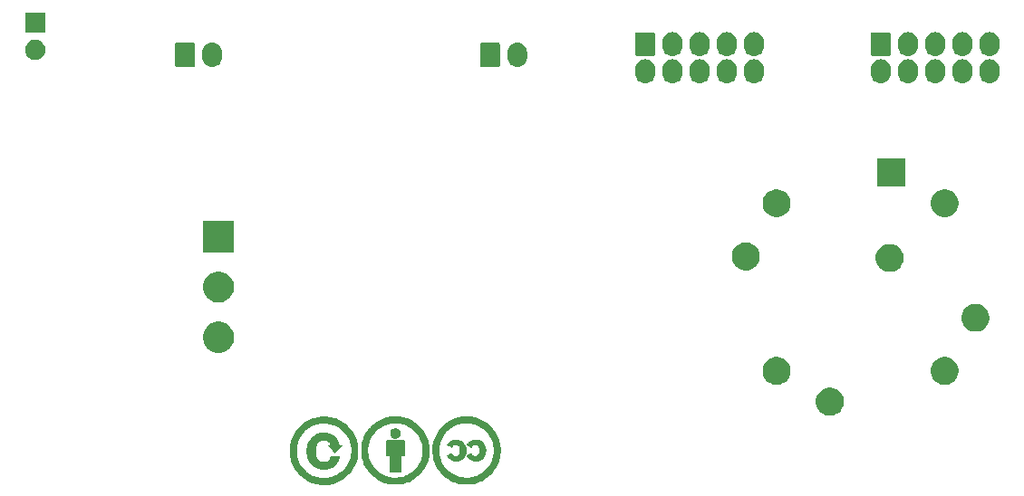
<source format=gbr>
G04 #@! TF.GenerationSoftware,KiCad,Pcbnew,5.1.5*
G04 #@! TF.CreationDate,2019-12-15T20:25:27-05:00*
G04 #@! TF.ProjectId,front_panel_board,66726f6e-745f-4706-916e-656c5f626f61,0*
G04 #@! TF.SameCoordinates,Original*
G04 #@! TF.FileFunction,Soldermask,Bot*
G04 #@! TF.FilePolarity,Negative*
%FSLAX46Y46*%
G04 Gerber Fmt 4.6, Leading zero omitted, Abs format (unit mm)*
G04 Created by KiCad (PCBNEW 5.1.5) date 2019-12-15 20:25:27*
%MOMM*%
%LPD*%
G04 APERTURE LIST*
%ADD10C,0.010000*%
%ADD11C,0.100000*%
G04 APERTURE END LIST*
D10*
G36*
X140184017Y-92744870D02*
G01*
X140117373Y-92751962D01*
X140054466Y-92765651D01*
X139997671Y-92785938D01*
X139955964Y-92808374D01*
X139916564Y-92838597D01*
X139880272Y-92874962D01*
X139851130Y-92913313D01*
X139846351Y-92921135D01*
X139824223Y-92968132D01*
X139806752Y-93023908D01*
X139794503Y-93085536D01*
X139788041Y-93150087D01*
X139787931Y-93214633D01*
X139788346Y-93221836D01*
X139797809Y-93301600D01*
X139815488Y-93372109D01*
X139841524Y-93433524D01*
X139876057Y-93486004D01*
X139919226Y-93529707D01*
X139971172Y-93564792D01*
X140032036Y-93591419D01*
X140101956Y-93609745D01*
X140135183Y-93615160D01*
X140194486Y-93620173D01*
X140257065Y-93620147D01*
X140315646Y-93615086D01*
X140316118Y-93615020D01*
X140389360Y-93599793D01*
X140453678Y-93575973D01*
X140509151Y-93543480D01*
X140555855Y-93502235D01*
X140593868Y-93452161D01*
X140623269Y-93393178D01*
X140644135Y-93325206D01*
X140653667Y-93272512D01*
X140658995Y-93206408D01*
X140657624Y-93139109D01*
X140649966Y-93073218D01*
X140636437Y-93011339D01*
X140617451Y-92956077D01*
X140596842Y-92915451D01*
X140572450Y-92882353D01*
X140540709Y-92848897D01*
X140505801Y-92819285D01*
X140490237Y-92808374D01*
X140440504Y-92782478D01*
X140382642Y-92763180D01*
X140319025Y-92750479D01*
X140252025Y-92744376D01*
X140184017Y-92744870D01*
G37*
X140184017Y-92744870D02*
X140117373Y-92751962D01*
X140054466Y-92765651D01*
X139997671Y-92785938D01*
X139955964Y-92808374D01*
X139916564Y-92838597D01*
X139880272Y-92874962D01*
X139851130Y-92913313D01*
X139846351Y-92921135D01*
X139824223Y-92968132D01*
X139806752Y-93023908D01*
X139794503Y-93085536D01*
X139788041Y-93150087D01*
X139787931Y-93214633D01*
X139788346Y-93221836D01*
X139797809Y-93301600D01*
X139815488Y-93372109D01*
X139841524Y-93433524D01*
X139876057Y-93486004D01*
X139919226Y-93529707D01*
X139971172Y-93564792D01*
X140032036Y-93591419D01*
X140101956Y-93609745D01*
X140135183Y-93615160D01*
X140194486Y-93620173D01*
X140257065Y-93620147D01*
X140315646Y-93615086D01*
X140316118Y-93615020D01*
X140389360Y-93599793D01*
X140453678Y-93575973D01*
X140509151Y-93543480D01*
X140555855Y-93502235D01*
X140593868Y-93452161D01*
X140623269Y-93393178D01*
X140644135Y-93325206D01*
X140653667Y-93272512D01*
X140658995Y-93206408D01*
X140657624Y-93139109D01*
X140649966Y-93073218D01*
X140636437Y-93011339D01*
X140617451Y-92956077D01*
X140596842Y-92915451D01*
X140572450Y-92882353D01*
X140540709Y-92848897D01*
X140505801Y-92819285D01*
X140490237Y-92808374D01*
X140440504Y-92782478D01*
X140382642Y-92763180D01*
X140319025Y-92750479D01*
X140252025Y-92744376D01*
X140184017Y-92744870D01*
G36*
X139493586Y-93815690D02*
G01*
X139456087Y-93840026D01*
X139422162Y-93873278D01*
X139395330Y-93911959D01*
X139394135Y-93914166D01*
X139379741Y-93941137D01*
X139376425Y-95283691D01*
X139736309Y-95283691D01*
X139736309Y-96815380D01*
X140709893Y-96815380D01*
X140709893Y-95283691D01*
X141069777Y-95283691D01*
X141068119Y-94612414D01*
X141066460Y-93941137D01*
X141052303Y-93912698D01*
X141028253Y-93876148D01*
X140995699Y-93843348D01*
X140958541Y-93818099D01*
X140951739Y-93814684D01*
X140917632Y-93798510D01*
X139528570Y-93798510D01*
X139493586Y-93815690D01*
G37*
X139493586Y-93815690D02*
X139456087Y-93840026D01*
X139422162Y-93873278D01*
X139395330Y-93911959D01*
X139394135Y-93914166D01*
X139379741Y-93941137D01*
X139376425Y-95283691D01*
X139736309Y-95283691D01*
X139736309Y-96815380D01*
X140709893Y-96815380D01*
X140709893Y-95283691D01*
X141069777Y-95283691D01*
X141068119Y-94612414D01*
X141066460Y-93941137D01*
X141052303Y-93912698D01*
X141028253Y-93876148D01*
X140995699Y-93843348D01*
X140958541Y-93818099D01*
X140951739Y-93814684D01*
X140917632Y-93798510D01*
X139528570Y-93798510D01*
X139493586Y-93815690D01*
G36*
X145818713Y-93806995D02*
G01*
X145760283Y-93811648D01*
X145709403Y-93818648D01*
X145707351Y-93819017D01*
X145601756Y-93843454D01*
X145504507Y-93876952D01*
X145415241Y-93919743D01*
X145333592Y-93972058D01*
X145259198Y-94034129D01*
X145191695Y-94106189D01*
X145133177Y-94184768D01*
X145118460Y-94207657D01*
X145106721Y-94227510D01*
X145099529Y-94241587D01*
X145098044Y-94246165D01*
X145101732Y-94251119D01*
X145113647Y-94259878D01*
X145134293Y-94272733D01*
X145164172Y-94289976D01*
X145203786Y-94311900D01*
X145253637Y-94338795D01*
X145298760Y-94362783D01*
X145500298Y-94469398D01*
X145515973Y-94440912D01*
X145555521Y-94379022D01*
X145600734Y-94327641D01*
X145652919Y-94285667D01*
X145713383Y-94251997D01*
X145763848Y-94231909D01*
X145784428Y-94226136D01*
X145807613Y-94222603D01*
X145836809Y-94220951D01*
X145869268Y-94220759D01*
X145939567Y-94225279D01*
X146001432Y-94237965D01*
X146056165Y-94259302D01*
X146105071Y-94289775D01*
X146142119Y-94322303D01*
X146181343Y-94367743D01*
X146213555Y-94418625D01*
X146239060Y-94475946D01*
X146258166Y-94540704D01*
X146271178Y-94613894D01*
X146278403Y-94696515D01*
X146280223Y-94772094D01*
X146277155Y-94865320D01*
X146267673Y-94948724D01*
X146251475Y-95023280D01*
X146228256Y-95089959D01*
X146197712Y-95149735D01*
X146159540Y-95203579D01*
X146137555Y-95228520D01*
X146091341Y-95268782D01*
X146038294Y-95300008D01*
X145980074Y-95322199D01*
X145918343Y-95335356D01*
X145854763Y-95339478D01*
X145790995Y-95334566D01*
X145728701Y-95320620D01*
X145669543Y-95297640D01*
X145615182Y-95265628D01*
X145571060Y-95228423D01*
X145553189Y-95208710D01*
X145533871Y-95184396D01*
X145514735Y-95157921D01*
X145497409Y-95131721D01*
X145483522Y-95108237D01*
X145474704Y-95089906D01*
X145472393Y-95080732D01*
X145468506Y-95073437D01*
X145466152Y-95072851D01*
X145459714Y-95075501D01*
X145443762Y-95082934D01*
X145419869Y-95094371D01*
X145389607Y-95109037D01*
X145354548Y-95126154D01*
X145316265Y-95144946D01*
X145276330Y-95164634D01*
X145236316Y-95184443D01*
X145197796Y-95203595D01*
X145162341Y-95221314D01*
X145131525Y-95236821D01*
X145106919Y-95249341D01*
X145090097Y-95258096D01*
X145082631Y-95262309D01*
X145082477Y-95262434D01*
X145084104Y-95268779D01*
X145091769Y-95283029D01*
X145104118Y-95303128D01*
X145119794Y-95327024D01*
X145137442Y-95352663D01*
X145155707Y-95377991D01*
X145173233Y-95400956D01*
X145177139Y-95405839D01*
X145248457Y-95484398D01*
X145327814Y-95554145D01*
X145414150Y-95614487D01*
X145506404Y-95664834D01*
X145603517Y-95704596D01*
X145704428Y-95733183D01*
X145791753Y-95748175D01*
X145835191Y-95751867D01*
X145886303Y-95753705D01*
X145940497Y-95753683D01*
X145993185Y-95751799D01*
X146036699Y-95748384D01*
X146145085Y-95731217D01*
X146247094Y-95703462D01*
X146342662Y-95665148D01*
X146431724Y-95616306D01*
X146514216Y-95556966D01*
X146579526Y-95497888D01*
X146644569Y-95424886D01*
X146699856Y-95345594D01*
X146745647Y-95259453D01*
X146782201Y-95165901D01*
X146809778Y-95064378D01*
X146827628Y-94962076D01*
X146831696Y-94920980D01*
X146834448Y-94870983D01*
X146835886Y-94815514D01*
X146836007Y-94758002D01*
X146834814Y-94701879D01*
X146832305Y-94650574D01*
X146828481Y-94607518D01*
X146827612Y-94600599D01*
X146807442Y-94490986D01*
X146777065Y-94387844D01*
X146736659Y-94291495D01*
X146686400Y-94202260D01*
X146626465Y-94120459D01*
X146557030Y-94046415D01*
X146492486Y-93991213D01*
X146419638Y-93939548D01*
X146346307Y-93897495D01*
X146269634Y-93863772D01*
X146186764Y-93837095D01*
X146109037Y-93818945D01*
X146062176Y-93811857D01*
X146006425Y-93807119D01*
X145945072Y-93804730D01*
X145881405Y-93804689D01*
X145818713Y-93806995D01*
G37*
X145818713Y-93806995D02*
X145760283Y-93811648D01*
X145709403Y-93818648D01*
X145707351Y-93819017D01*
X145601756Y-93843454D01*
X145504507Y-93876952D01*
X145415241Y-93919743D01*
X145333592Y-93972058D01*
X145259198Y-94034129D01*
X145191695Y-94106189D01*
X145133177Y-94184768D01*
X145118460Y-94207657D01*
X145106721Y-94227510D01*
X145099529Y-94241587D01*
X145098044Y-94246165D01*
X145101732Y-94251119D01*
X145113647Y-94259878D01*
X145134293Y-94272733D01*
X145164172Y-94289976D01*
X145203786Y-94311900D01*
X145253637Y-94338795D01*
X145298760Y-94362783D01*
X145500298Y-94469398D01*
X145515973Y-94440912D01*
X145555521Y-94379022D01*
X145600734Y-94327641D01*
X145652919Y-94285667D01*
X145713383Y-94251997D01*
X145763848Y-94231909D01*
X145784428Y-94226136D01*
X145807613Y-94222603D01*
X145836809Y-94220951D01*
X145869268Y-94220759D01*
X145939567Y-94225279D01*
X146001432Y-94237965D01*
X146056165Y-94259302D01*
X146105071Y-94289775D01*
X146142119Y-94322303D01*
X146181343Y-94367743D01*
X146213555Y-94418625D01*
X146239060Y-94475946D01*
X146258166Y-94540704D01*
X146271178Y-94613894D01*
X146278403Y-94696515D01*
X146280223Y-94772094D01*
X146277155Y-94865320D01*
X146267673Y-94948724D01*
X146251475Y-95023280D01*
X146228256Y-95089959D01*
X146197712Y-95149735D01*
X146159540Y-95203579D01*
X146137555Y-95228520D01*
X146091341Y-95268782D01*
X146038294Y-95300008D01*
X145980074Y-95322199D01*
X145918343Y-95335356D01*
X145854763Y-95339478D01*
X145790995Y-95334566D01*
X145728701Y-95320620D01*
X145669543Y-95297640D01*
X145615182Y-95265628D01*
X145571060Y-95228423D01*
X145553189Y-95208710D01*
X145533871Y-95184396D01*
X145514735Y-95157921D01*
X145497409Y-95131721D01*
X145483522Y-95108237D01*
X145474704Y-95089906D01*
X145472393Y-95080732D01*
X145468506Y-95073437D01*
X145466152Y-95072851D01*
X145459714Y-95075501D01*
X145443762Y-95082934D01*
X145419869Y-95094371D01*
X145389607Y-95109037D01*
X145354548Y-95126154D01*
X145316265Y-95144946D01*
X145276330Y-95164634D01*
X145236316Y-95184443D01*
X145197796Y-95203595D01*
X145162341Y-95221314D01*
X145131525Y-95236821D01*
X145106919Y-95249341D01*
X145090097Y-95258096D01*
X145082631Y-95262309D01*
X145082477Y-95262434D01*
X145084104Y-95268779D01*
X145091769Y-95283029D01*
X145104118Y-95303128D01*
X145119794Y-95327024D01*
X145137442Y-95352663D01*
X145155707Y-95377991D01*
X145173233Y-95400956D01*
X145177139Y-95405839D01*
X145248457Y-95484398D01*
X145327814Y-95554145D01*
X145414150Y-95614487D01*
X145506404Y-95664834D01*
X145603517Y-95704596D01*
X145704428Y-95733183D01*
X145791753Y-95748175D01*
X145835191Y-95751867D01*
X145886303Y-95753705D01*
X145940497Y-95753683D01*
X145993185Y-95751799D01*
X146036699Y-95748384D01*
X146145085Y-95731217D01*
X146247094Y-95703462D01*
X146342662Y-95665148D01*
X146431724Y-95616306D01*
X146514216Y-95556966D01*
X146579526Y-95497888D01*
X146644569Y-95424886D01*
X146699856Y-95345594D01*
X146745647Y-95259453D01*
X146782201Y-95165901D01*
X146809778Y-95064378D01*
X146827628Y-94962076D01*
X146831696Y-94920980D01*
X146834448Y-94870983D01*
X146835886Y-94815514D01*
X146836007Y-94758002D01*
X146834814Y-94701879D01*
X146832305Y-94650574D01*
X146828481Y-94607518D01*
X146827612Y-94600599D01*
X146807442Y-94490986D01*
X146777065Y-94387844D01*
X146736659Y-94291495D01*
X146686400Y-94202260D01*
X146626465Y-94120459D01*
X146557030Y-94046415D01*
X146492486Y-93991213D01*
X146419638Y-93939548D01*
X146346307Y-93897495D01*
X146269634Y-93863772D01*
X146186764Y-93837095D01*
X146109037Y-93818945D01*
X146062176Y-93811857D01*
X146006425Y-93807119D01*
X145945072Y-93804730D01*
X145881405Y-93804689D01*
X145818713Y-93806995D01*
G36*
X147666514Y-93806461D02*
G01*
X147612187Y-93809564D01*
X147563560Y-93814237D01*
X147531056Y-93819037D01*
X147428533Y-93842447D01*
X147334234Y-93874385D01*
X147246962Y-93915315D01*
X147182625Y-93954028D01*
X147117270Y-94003159D01*
X147054298Y-94061337D01*
X146996572Y-94125531D01*
X146946957Y-94192707D01*
X146927322Y-94224332D01*
X146910483Y-94253279D01*
X147011543Y-94306020D01*
X147053094Y-94327687D01*
X147100970Y-94352624D01*
X147150485Y-94378392D01*
X147196955Y-94402553D01*
X147218666Y-94413830D01*
X147324729Y-94468900D01*
X147348891Y-94425289D01*
X147374881Y-94385855D01*
X147408155Y-94346541D01*
X147445574Y-94310466D01*
X147484001Y-94280751D01*
X147509478Y-94265579D01*
X147547961Y-94246898D01*
X147580148Y-94234072D01*
X147610089Y-94226115D01*
X147641830Y-94222038D01*
X147679418Y-94220852D01*
X147692412Y-94220913D01*
X147765804Y-94226784D01*
X147832091Y-94242801D01*
X147891220Y-94268905D01*
X147943137Y-94305036D01*
X147987786Y-94351134D01*
X148025113Y-94407143D01*
X148055064Y-94473001D01*
X148077583Y-94548650D01*
X148092617Y-94634032D01*
X148095157Y-94656479D01*
X148101310Y-94758253D01*
X148098666Y-94854590D01*
X148087386Y-94944769D01*
X148067629Y-95028071D01*
X148039557Y-95103777D01*
X148003329Y-95171166D01*
X147970415Y-95216409D01*
X147939824Y-95246735D01*
X147900577Y-95275640D01*
X147856380Y-95300710D01*
X147813335Y-95318723D01*
X147791286Y-95325819D01*
X147771970Y-95330627D01*
X147751958Y-95333587D01*
X147727822Y-95335137D01*
X147696135Y-95335714D01*
X147680010Y-95335771D01*
X147628319Y-95334583D01*
X147585472Y-95330427D01*
X147548127Y-95322635D01*
X147512941Y-95310541D01*
X147482068Y-95296298D01*
X147426982Y-95261594D01*
X147377551Y-95216487D01*
X147334853Y-95162102D01*
X147306532Y-95113200D01*
X147296846Y-95094096D01*
X147289463Y-95079953D01*
X147286006Y-95073873D01*
X147280271Y-95076038D01*
X147265070Y-95083080D01*
X147241969Y-95094210D01*
X147212537Y-95108639D01*
X147178338Y-95125579D01*
X147140941Y-95144242D01*
X147101912Y-95163839D01*
X147062818Y-95183581D01*
X147025226Y-95202680D01*
X146990702Y-95220347D01*
X146960813Y-95235794D01*
X146937127Y-95248232D01*
X146921209Y-95256872D01*
X146915079Y-95260552D01*
X146911113Y-95264629D01*
X146910379Y-95270342D01*
X146913704Y-95279551D01*
X146921913Y-95294118D01*
X146935833Y-95315906D01*
X146947414Y-95333438D01*
X146996620Y-95402628D01*
X147046649Y-95462389D01*
X147100241Y-95515545D01*
X147160138Y-95564919D01*
X147200497Y-95594078D01*
X147265914Y-95634299D01*
X147339532Y-95670903D01*
X147417303Y-95702217D01*
X147495180Y-95726571D01*
X147552886Y-95739568D01*
X147584707Y-95743964D01*
X147625564Y-95747563D01*
X147672110Y-95750261D01*
X147720998Y-95751955D01*
X147768881Y-95752539D01*
X147812413Y-95751911D01*
X147848246Y-95749965D01*
X147857662Y-95749034D01*
X147966000Y-95731041D01*
X148068229Y-95702783D01*
X148163890Y-95664617D01*
X148252525Y-95616900D01*
X148333674Y-95559991D01*
X148406879Y-95494247D01*
X148471680Y-95420027D01*
X148527619Y-95337686D01*
X148574237Y-95247585D01*
X148606018Y-95165680D01*
X148633868Y-95064847D01*
X148652646Y-94957957D01*
X148662352Y-94847378D01*
X148662985Y-94735477D01*
X148654543Y-94624623D01*
X148637025Y-94517182D01*
X148610431Y-94415522D01*
X148606397Y-94403125D01*
X148570638Y-94311570D01*
X148526562Y-94227825D01*
X148472817Y-94149649D01*
X148409003Y-94075800D01*
X148333145Y-94004840D01*
X148250958Y-93944401D01*
X148162198Y-93894355D01*
X148066624Y-93854571D01*
X147963993Y-93824922D01*
X147918755Y-93815466D01*
X147880881Y-93810304D01*
X147833723Y-93806850D01*
X147780278Y-93805076D01*
X147723543Y-93804956D01*
X147666514Y-93806461D01*
G37*
X147666514Y-93806461D02*
X147612187Y-93809564D01*
X147563560Y-93814237D01*
X147531056Y-93819037D01*
X147428533Y-93842447D01*
X147334234Y-93874385D01*
X147246962Y-93915315D01*
X147182625Y-93954028D01*
X147117270Y-94003159D01*
X147054298Y-94061337D01*
X146996572Y-94125531D01*
X146946957Y-94192707D01*
X146927322Y-94224332D01*
X146910483Y-94253279D01*
X147011543Y-94306020D01*
X147053094Y-94327687D01*
X147100970Y-94352624D01*
X147150485Y-94378392D01*
X147196955Y-94402553D01*
X147218666Y-94413830D01*
X147324729Y-94468900D01*
X147348891Y-94425289D01*
X147374881Y-94385855D01*
X147408155Y-94346541D01*
X147445574Y-94310466D01*
X147484001Y-94280751D01*
X147509478Y-94265579D01*
X147547961Y-94246898D01*
X147580148Y-94234072D01*
X147610089Y-94226115D01*
X147641830Y-94222038D01*
X147679418Y-94220852D01*
X147692412Y-94220913D01*
X147765804Y-94226784D01*
X147832091Y-94242801D01*
X147891220Y-94268905D01*
X147943137Y-94305036D01*
X147987786Y-94351134D01*
X148025113Y-94407143D01*
X148055064Y-94473001D01*
X148077583Y-94548650D01*
X148092617Y-94634032D01*
X148095157Y-94656479D01*
X148101310Y-94758253D01*
X148098666Y-94854590D01*
X148087386Y-94944769D01*
X148067629Y-95028071D01*
X148039557Y-95103777D01*
X148003329Y-95171166D01*
X147970415Y-95216409D01*
X147939824Y-95246735D01*
X147900577Y-95275640D01*
X147856380Y-95300710D01*
X147813335Y-95318723D01*
X147791286Y-95325819D01*
X147771970Y-95330627D01*
X147751958Y-95333587D01*
X147727822Y-95335137D01*
X147696135Y-95335714D01*
X147680010Y-95335771D01*
X147628319Y-95334583D01*
X147585472Y-95330427D01*
X147548127Y-95322635D01*
X147512941Y-95310541D01*
X147482068Y-95296298D01*
X147426982Y-95261594D01*
X147377551Y-95216487D01*
X147334853Y-95162102D01*
X147306532Y-95113200D01*
X147296846Y-95094096D01*
X147289463Y-95079953D01*
X147286006Y-95073873D01*
X147280271Y-95076038D01*
X147265070Y-95083080D01*
X147241969Y-95094210D01*
X147212537Y-95108639D01*
X147178338Y-95125579D01*
X147140941Y-95144242D01*
X147101912Y-95163839D01*
X147062818Y-95183581D01*
X147025226Y-95202680D01*
X146990702Y-95220347D01*
X146960813Y-95235794D01*
X146937127Y-95248232D01*
X146921209Y-95256872D01*
X146915079Y-95260552D01*
X146911113Y-95264629D01*
X146910379Y-95270342D01*
X146913704Y-95279551D01*
X146921913Y-95294118D01*
X146935833Y-95315906D01*
X146947414Y-95333438D01*
X146996620Y-95402628D01*
X147046649Y-95462389D01*
X147100241Y-95515545D01*
X147160138Y-95564919D01*
X147200497Y-95594078D01*
X147265914Y-95634299D01*
X147339532Y-95670903D01*
X147417303Y-95702217D01*
X147495180Y-95726571D01*
X147552886Y-95739568D01*
X147584707Y-95743964D01*
X147625564Y-95747563D01*
X147672110Y-95750261D01*
X147720998Y-95751955D01*
X147768881Y-95752539D01*
X147812413Y-95751911D01*
X147848246Y-95749965D01*
X147857662Y-95749034D01*
X147966000Y-95731041D01*
X148068229Y-95702783D01*
X148163890Y-95664617D01*
X148252525Y-95616900D01*
X148333674Y-95559991D01*
X148406879Y-95494247D01*
X148471680Y-95420027D01*
X148527619Y-95337686D01*
X148574237Y-95247585D01*
X148606018Y-95165680D01*
X148633868Y-95064847D01*
X148652646Y-94957957D01*
X148662352Y-94847378D01*
X148662985Y-94735477D01*
X148654543Y-94624623D01*
X148637025Y-94517182D01*
X148610431Y-94415522D01*
X148606397Y-94403125D01*
X148570638Y-94311570D01*
X148526562Y-94227825D01*
X148472817Y-94149649D01*
X148409003Y-94075800D01*
X148333145Y-94004840D01*
X148250958Y-93944401D01*
X148162198Y-93894355D01*
X148066624Y-93854571D01*
X147963993Y-93824922D01*
X147918755Y-93815466D01*
X147880881Y-93810304D01*
X147833723Y-93806850D01*
X147780278Y-93805076D01*
X147723543Y-93804956D01*
X147666514Y-93806461D01*
G36*
X133473629Y-93147228D02*
G01*
X133327942Y-93158972D01*
X133188141Y-93181382D01*
X133054377Y-93214392D01*
X132926799Y-93257939D01*
X132805555Y-93311959D01*
X132690797Y-93376388D01*
X132582672Y-93451163D01*
X132481331Y-93536220D01*
X132386923Y-93631494D01*
X132328050Y-93700482D01*
X132244425Y-93814266D01*
X132171279Y-93934597D01*
X132108662Y-94061302D01*
X132056630Y-94194209D01*
X132015233Y-94333146D01*
X131984527Y-94477939D01*
X131964562Y-94628417D01*
X131955394Y-94784406D01*
X131955824Y-94911621D01*
X131965558Y-95064367D01*
X131985516Y-95210268D01*
X132015790Y-95349629D01*
X132056471Y-95482756D01*
X132107650Y-95609952D01*
X132169418Y-95731523D01*
X132229469Y-95829394D01*
X132314154Y-95946545D01*
X132405605Y-96053302D01*
X132503788Y-96149646D01*
X132608670Y-96235554D01*
X132720216Y-96311006D01*
X132838392Y-96375980D01*
X132963163Y-96430454D01*
X133094495Y-96474407D01*
X133232355Y-96507819D01*
X133349102Y-96527182D01*
X133384415Y-96530919D01*
X133428582Y-96534087D01*
X133478820Y-96536623D01*
X133532349Y-96538463D01*
X133586388Y-96539545D01*
X133638155Y-96539805D01*
X133684869Y-96539180D01*
X133723750Y-96537608D01*
X133742876Y-96536112D01*
X133877275Y-96517088D01*
X134005023Y-96487771D01*
X134126653Y-96447977D01*
X134242699Y-96397524D01*
X134353692Y-96336228D01*
X134387798Y-96314577D01*
X134492247Y-96239160D01*
X134586891Y-96156202D01*
X134671751Y-96065667D01*
X134746852Y-95967521D01*
X134812213Y-95861729D01*
X134867858Y-95748256D01*
X134913808Y-95627068D01*
X134950085Y-95498130D01*
X134970592Y-95398413D01*
X134975321Y-95371863D01*
X134979567Y-95348641D01*
X134982651Y-95332431D01*
X134983426Y-95328649D01*
X134986447Y-95314697D01*
X134192461Y-95314697D01*
X134192461Y-95343178D01*
X134190399Y-95371464D01*
X134184750Y-95407682D01*
X134176319Y-95448167D01*
X134165913Y-95489254D01*
X134154338Y-95527277D01*
X134148230Y-95544344D01*
X134115460Y-95613199D01*
X134072571Y-95675168D01*
X134020037Y-95729814D01*
X133958335Y-95776699D01*
X133887938Y-95815388D01*
X133827572Y-95839500D01*
X133785489Y-95852987D01*
X133746148Y-95863402D01*
X133706945Y-95871096D01*
X133665275Y-95876419D01*
X133618534Y-95879719D01*
X133564118Y-95881348D01*
X133513433Y-95881681D01*
X133458056Y-95881251D01*
X133412578Y-95879711D01*
X133374512Y-95876589D01*
X133341372Y-95871413D01*
X133310671Y-95863713D01*
X133279923Y-95853018D01*
X133246640Y-95838855D01*
X133218877Y-95825845D01*
X133145330Y-95783747D01*
X133076773Y-95730778D01*
X133013678Y-95667619D01*
X132956516Y-95594949D01*
X132905760Y-95513449D01*
X132861880Y-95423797D01*
X132825350Y-95326675D01*
X132796639Y-95222761D01*
X132794824Y-95214754D01*
X132774222Y-95101473D01*
X132761020Y-94981199D01*
X132755184Y-94856793D01*
X132756684Y-94731118D01*
X132765488Y-94607036D01*
X132781565Y-94487406D01*
X132804079Y-94378320D01*
X132834340Y-94275755D01*
X132871968Y-94182765D01*
X132916852Y-94099480D01*
X132968877Y-94026030D01*
X133027931Y-93962545D01*
X133093900Y-93909154D01*
X133166671Y-93865988D01*
X133246132Y-93833176D01*
X133290643Y-93820099D01*
X133356212Y-93807518D01*
X133429611Y-93800691D01*
X133507762Y-93799471D01*
X133587588Y-93803711D01*
X133666009Y-93813265D01*
X133739947Y-93827986D01*
X133796096Y-93844156D01*
X133876734Y-93877066D01*
X133948107Y-93918179D01*
X134010398Y-93967662D01*
X134063790Y-94025686D01*
X134108467Y-94092419D01*
X134142595Y-94163028D01*
X134154478Y-94194835D01*
X134166042Y-94230529D01*
X134176454Y-94266999D01*
X134184882Y-94301132D01*
X134190494Y-94329819D01*
X134192461Y-94349489D01*
X134192461Y-94365631D01*
X134083907Y-94367325D01*
X133975353Y-94369018D01*
X134280818Y-94674426D01*
X134586282Y-94979834D01*
X134893193Y-94672876D01*
X135200105Y-94365917D01*
X134963108Y-94365917D01*
X134955484Y-94317858D01*
X134951112Y-94294114D01*
X134944370Y-94262075D01*
X134936075Y-94225436D01*
X134927045Y-94187887D01*
X134924158Y-94176378D01*
X134885543Y-94046936D01*
X134837319Y-93924780D01*
X134779702Y-93810199D01*
X134712904Y-93703485D01*
X134637140Y-93604929D01*
X134552625Y-93514823D01*
X134459571Y-93433457D01*
X134358195Y-93361122D01*
X134297549Y-93324487D01*
X134193893Y-93271012D01*
X134088521Y-93227585D01*
X133979865Y-93193790D01*
X133866353Y-93169211D01*
X133746415Y-93153432D01*
X133625054Y-93146212D01*
X133473629Y-93147228D01*
G37*
X133473629Y-93147228D02*
X133327942Y-93158972D01*
X133188141Y-93181382D01*
X133054377Y-93214392D01*
X132926799Y-93257939D01*
X132805555Y-93311959D01*
X132690797Y-93376388D01*
X132582672Y-93451163D01*
X132481331Y-93536220D01*
X132386923Y-93631494D01*
X132328050Y-93700482D01*
X132244425Y-93814266D01*
X132171279Y-93934597D01*
X132108662Y-94061302D01*
X132056630Y-94194209D01*
X132015233Y-94333146D01*
X131984527Y-94477939D01*
X131964562Y-94628417D01*
X131955394Y-94784406D01*
X131955824Y-94911621D01*
X131965558Y-95064367D01*
X131985516Y-95210268D01*
X132015790Y-95349629D01*
X132056471Y-95482756D01*
X132107650Y-95609952D01*
X132169418Y-95731523D01*
X132229469Y-95829394D01*
X132314154Y-95946545D01*
X132405605Y-96053302D01*
X132503788Y-96149646D01*
X132608670Y-96235554D01*
X132720216Y-96311006D01*
X132838392Y-96375980D01*
X132963163Y-96430454D01*
X133094495Y-96474407D01*
X133232355Y-96507819D01*
X133349102Y-96527182D01*
X133384415Y-96530919D01*
X133428582Y-96534087D01*
X133478820Y-96536623D01*
X133532349Y-96538463D01*
X133586388Y-96539545D01*
X133638155Y-96539805D01*
X133684869Y-96539180D01*
X133723750Y-96537608D01*
X133742876Y-96536112D01*
X133877275Y-96517088D01*
X134005023Y-96487771D01*
X134126653Y-96447977D01*
X134242699Y-96397524D01*
X134353692Y-96336228D01*
X134387798Y-96314577D01*
X134492247Y-96239160D01*
X134586891Y-96156202D01*
X134671751Y-96065667D01*
X134746852Y-95967521D01*
X134812213Y-95861729D01*
X134867858Y-95748256D01*
X134913808Y-95627068D01*
X134950085Y-95498130D01*
X134970592Y-95398413D01*
X134975321Y-95371863D01*
X134979567Y-95348641D01*
X134982651Y-95332431D01*
X134983426Y-95328649D01*
X134986447Y-95314697D01*
X134192461Y-95314697D01*
X134192461Y-95343178D01*
X134190399Y-95371464D01*
X134184750Y-95407682D01*
X134176319Y-95448167D01*
X134165913Y-95489254D01*
X134154338Y-95527277D01*
X134148230Y-95544344D01*
X134115460Y-95613199D01*
X134072571Y-95675168D01*
X134020037Y-95729814D01*
X133958335Y-95776699D01*
X133887938Y-95815388D01*
X133827572Y-95839500D01*
X133785489Y-95852987D01*
X133746148Y-95863402D01*
X133706945Y-95871096D01*
X133665275Y-95876419D01*
X133618534Y-95879719D01*
X133564118Y-95881348D01*
X133513433Y-95881681D01*
X133458056Y-95881251D01*
X133412578Y-95879711D01*
X133374512Y-95876589D01*
X133341372Y-95871413D01*
X133310671Y-95863713D01*
X133279923Y-95853018D01*
X133246640Y-95838855D01*
X133218877Y-95825845D01*
X133145330Y-95783747D01*
X133076773Y-95730778D01*
X133013678Y-95667619D01*
X132956516Y-95594949D01*
X132905760Y-95513449D01*
X132861880Y-95423797D01*
X132825350Y-95326675D01*
X132796639Y-95222761D01*
X132794824Y-95214754D01*
X132774222Y-95101473D01*
X132761020Y-94981199D01*
X132755184Y-94856793D01*
X132756684Y-94731118D01*
X132765488Y-94607036D01*
X132781565Y-94487406D01*
X132804079Y-94378320D01*
X132834340Y-94275755D01*
X132871968Y-94182765D01*
X132916852Y-94099480D01*
X132968877Y-94026030D01*
X133027931Y-93962545D01*
X133093900Y-93909154D01*
X133166671Y-93865988D01*
X133246132Y-93833176D01*
X133290643Y-93820099D01*
X133356212Y-93807518D01*
X133429611Y-93800691D01*
X133507762Y-93799471D01*
X133587588Y-93803711D01*
X133666009Y-93813265D01*
X133739947Y-93827986D01*
X133796096Y-93844156D01*
X133876734Y-93877066D01*
X133948107Y-93918179D01*
X134010398Y-93967662D01*
X134063790Y-94025686D01*
X134108467Y-94092419D01*
X134142595Y-94163028D01*
X134154478Y-94194835D01*
X134166042Y-94230529D01*
X134176454Y-94266999D01*
X134184882Y-94301132D01*
X134190494Y-94329819D01*
X134192461Y-94349489D01*
X134192461Y-94365631D01*
X134083907Y-94367325D01*
X133975353Y-94369018D01*
X134280818Y-94674426D01*
X134586282Y-94979834D01*
X134893193Y-94672876D01*
X135200105Y-94365917D01*
X134963108Y-94365917D01*
X134955484Y-94317858D01*
X134951112Y-94294114D01*
X134944370Y-94262075D01*
X134936075Y-94225436D01*
X134927045Y-94187887D01*
X134924158Y-94176378D01*
X134885543Y-94046936D01*
X134837319Y-93924780D01*
X134779702Y-93810199D01*
X134712904Y-93703485D01*
X134637140Y-93604929D01*
X134552625Y-93514823D01*
X134459571Y-93433457D01*
X134358195Y-93361122D01*
X134297549Y-93324487D01*
X134193893Y-93271012D01*
X134088521Y-93227585D01*
X133979865Y-93193790D01*
X133866353Y-93169211D01*
X133746415Y-93153432D01*
X133625054Y-93146212D01*
X133473629Y-93147228D01*
G36*
X140111344Y-91631147D02*
G01*
X140031194Y-91633671D01*
X139966966Y-91637481D01*
X139765721Y-91658534D01*
X139570287Y-91690529D01*
X139380553Y-91733513D01*
X139196408Y-91787532D01*
X139017738Y-91852634D01*
X138844432Y-91928864D01*
X138676378Y-92016269D01*
X138513464Y-92114896D01*
X138355577Y-92224791D01*
X138202606Y-92346001D01*
X138148809Y-92392335D01*
X138106775Y-92430514D01*
X138059386Y-92475579D01*
X138008802Y-92525322D01*
X137957186Y-92577531D01*
X137906699Y-92629996D01*
X137859505Y-92680506D01*
X137817763Y-92726852D01*
X137789680Y-92759527D01*
X137667963Y-92914213D01*
X137557818Y-93073039D01*
X137459155Y-93236234D01*
X137371881Y-93404021D01*
X137295908Y-93576629D01*
X137231143Y-93754282D01*
X137177496Y-93937208D01*
X137134876Y-94125632D01*
X137103192Y-94319780D01*
X137082354Y-94519878D01*
X137082273Y-94520947D01*
X137079982Y-94560431D01*
X137078217Y-94609707D01*
X137076980Y-94666224D01*
X137076270Y-94727430D01*
X137076088Y-94790774D01*
X137076433Y-94853704D01*
X137077305Y-94913670D01*
X137078704Y-94968120D01*
X137080630Y-95014503D01*
X137082279Y-95040631D01*
X137103117Y-95240949D01*
X137134623Y-95434976D01*
X137176861Y-95622852D01*
X137229893Y-95804718D01*
X137293783Y-95980714D01*
X137368595Y-96150980D01*
X137454390Y-96315656D01*
X137551234Y-96474883D01*
X137659188Y-96628799D01*
X137778316Y-96777547D01*
X137908682Y-96921265D01*
X137950053Y-96963482D01*
X138100662Y-97106564D01*
X138255715Y-97238239D01*
X138415119Y-97358443D01*
X138578779Y-97467114D01*
X138746603Y-97564189D01*
X138918498Y-97649605D01*
X139062726Y-97711022D01*
X139232562Y-97772646D01*
X139403304Y-97823638D01*
X139576098Y-97864186D01*
X139752089Y-97894482D01*
X139932423Y-97914713D01*
X140118246Y-97925070D01*
X140310702Y-97925742D01*
X140353325Y-97924632D01*
X140548090Y-97912550D01*
X140739430Y-97888571D01*
X140927207Y-97852755D01*
X141111278Y-97805167D01*
X141291503Y-97745867D01*
X141467741Y-97674918D01*
X141639851Y-97592382D01*
X141807693Y-97498322D01*
X141971126Y-97392798D01*
X142130009Y-97275875D01*
X142284200Y-97147613D01*
X142433560Y-97008075D01*
X142437157Y-97004516D01*
X142577874Y-96857178D01*
X142706996Y-96705471D01*
X142824573Y-96549293D01*
X142930656Y-96388541D01*
X143025296Y-96223111D01*
X143108543Y-96052902D01*
X143180448Y-95877809D01*
X143241061Y-95697730D01*
X143290434Y-95512563D01*
X143328615Y-95322203D01*
X143354401Y-95137963D01*
X143362685Y-95045192D01*
X143368056Y-94943515D01*
X143370559Y-94835943D01*
X143370507Y-94817789D01*
X142810314Y-94817789D01*
X142802405Y-94987917D01*
X142783615Y-95156775D01*
X142753963Y-95323415D01*
X142713464Y-95486891D01*
X142662136Y-95646258D01*
X142599996Y-95800568D01*
X142592260Y-95817722D01*
X142518408Y-95965441D01*
X142433361Y-96109973D01*
X142338001Y-96250432D01*
X142233208Y-96385936D01*
X142119863Y-96515599D01*
X141998846Y-96638538D01*
X141871036Y-96753868D01*
X141737316Y-96860706D01*
X141598565Y-96958168D01*
X141455663Y-97045369D01*
X141309491Y-97121426D01*
X141280401Y-97135012D01*
X141121689Y-97200932D01*
X140957784Y-97255658D01*
X140788988Y-97299116D01*
X140615605Y-97331229D01*
X140437937Y-97351921D01*
X140399834Y-97354828D01*
X140356065Y-97356948D01*
X140302864Y-97358063D01*
X140243158Y-97358232D01*
X140179873Y-97357515D01*
X140115933Y-97355969D01*
X140054266Y-97353654D01*
X139997796Y-97350627D01*
X139949450Y-97346949D01*
X139934746Y-97345493D01*
X139759192Y-97320913D01*
X139588773Y-97285221D01*
X139423190Y-97238292D01*
X139262145Y-97179998D01*
X139105341Y-97110214D01*
X138952480Y-97028812D01*
X138803264Y-96935668D01*
X138657394Y-96830655D01*
X138585991Y-96773960D01*
X138446170Y-96652678D01*
X138317979Y-96527335D01*
X138201254Y-96397703D01*
X138095830Y-96263554D01*
X138001541Y-96124660D01*
X137918223Y-95980794D01*
X137845712Y-95831727D01*
X137783842Y-95677232D01*
X137775123Y-95652579D01*
X137729144Y-95503208D01*
X137692325Y-95346999D01*
X137664727Y-95185546D01*
X137646414Y-95020441D01*
X137637449Y-94853279D01*
X137637894Y-94685651D01*
X137647813Y-94519151D01*
X137667267Y-94355373D01*
X137696320Y-94195909D01*
X137714627Y-94117653D01*
X137762591Y-93951527D01*
X137821295Y-93791023D01*
X137890892Y-93635880D01*
X137971533Y-93485837D01*
X138063373Y-93340631D01*
X138166564Y-93200001D01*
X138281259Y-93063685D01*
X138406784Y-92932237D01*
X138533762Y-92813725D01*
X138662838Y-92706855D01*
X138795124Y-92610906D01*
X138931735Y-92525155D01*
X139073783Y-92448881D01*
X139222385Y-92381362D01*
X139311529Y-92346111D01*
X139455919Y-92297874D01*
X139607591Y-92258509D01*
X139765044Y-92228134D01*
X139926774Y-92206864D01*
X140091281Y-92194817D01*
X140257062Y-92192110D01*
X140422616Y-92198858D01*
X140586441Y-92215178D01*
X140722295Y-92236496D01*
X140892595Y-92274022D01*
X141057736Y-92322824D01*
X141217775Y-92382927D01*
X141372768Y-92454355D01*
X141522771Y-92537132D01*
X141667841Y-92631281D01*
X141697376Y-92652277D01*
X141828712Y-92753851D01*
X141955190Y-92865137D01*
X142075872Y-92984955D01*
X142189820Y-93112127D01*
X142296097Y-93245472D01*
X142393765Y-93383810D01*
X142481887Y-93525963D01*
X142559524Y-93670750D01*
X142625739Y-93816993D01*
X142628324Y-93823315D01*
X142686056Y-93981198D01*
X142732805Y-94143488D01*
X142768588Y-94309239D01*
X142793423Y-94477503D01*
X142807326Y-94647335D01*
X142810314Y-94817789D01*
X143370507Y-94817789D01*
X143370239Y-94725488D01*
X143367144Y-94615160D01*
X143361320Y-94507970D01*
X143352811Y-94406931D01*
X143341845Y-94316308D01*
X143308039Y-94122432D01*
X143262972Y-93933577D01*
X143206582Y-93749611D01*
X143138808Y-93570398D01*
X143059588Y-93395806D01*
X142968861Y-93225700D01*
X142866565Y-93059946D01*
X142752638Y-92898412D01*
X142627020Y-92740962D01*
X142606061Y-92716406D01*
X142470668Y-92568170D01*
X142328788Y-92430227D01*
X142180695Y-92302724D01*
X142026659Y-92185808D01*
X141866955Y-92079624D01*
X141701853Y-91984320D01*
X141531627Y-91900042D01*
X141356549Y-91826936D01*
X141176891Y-91765149D01*
X140992927Y-91714827D01*
X140804927Y-91676116D01*
X140623076Y-91650257D01*
X140549243Y-91643289D01*
X140466794Y-91637756D01*
X140378755Y-91633716D01*
X140288150Y-91631229D01*
X140198005Y-91630353D01*
X140111344Y-91631147D01*
G37*
X140111344Y-91631147D02*
X140031194Y-91633671D01*
X139966966Y-91637481D01*
X139765721Y-91658534D01*
X139570287Y-91690529D01*
X139380553Y-91733513D01*
X139196408Y-91787532D01*
X139017738Y-91852634D01*
X138844432Y-91928864D01*
X138676378Y-92016269D01*
X138513464Y-92114896D01*
X138355577Y-92224791D01*
X138202606Y-92346001D01*
X138148809Y-92392335D01*
X138106775Y-92430514D01*
X138059386Y-92475579D01*
X138008802Y-92525322D01*
X137957186Y-92577531D01*
X137906699Y-92629996D01*
X137859505Y-92680506D01*
X137817763Y-92726852D01*
X137789680Y-92759527D01*
X137667963Y-92914213D01*
X137557818Y-93073039D01*
X137459155Y-93236234D01*
X137371881Y-93404021D01*
X137295908Y-93576629D01*
X137231143Y-93754282D01*
X137177496Y-93937208D01*
X137134876Y-94125632D01*
X137103192Y-94319780D01*
X137082354Y-94519878D01*
X137082273Y-94520947D01*
X137079982Y-94560431D01*
X137078217Y-94609707D01*
X137076980Y-94666224D01*
X137076270Y-94727430D01*
X137076088Y-94790774D01*
X137076433Y-94853704D01*
X137077305Y-94913670D01*
X137078704Y-94968120D01*
X137080630Y-95014503D01*
X137082279Y-95040631D01*
X137103117Y-95240949D01*
X137134623Y-95434976D01*
X137176861Y-95622852D01*
X137229893Y-95804718D01*
X137293783Y-95980714D01*
X137368595Y-96150980D01*
X137454390Y-96315656D01*
X137551234Y-96474883D01*
X137659188Y-96628799D01*
X137778316Y-96777547D01*
X137908682Y-96921265D01*
X137950053Y-96963482D01*
X138100662Y-97106564D01*
X138255715Y-97238239D01*
X138415119Y-97358443D01*
X138578779Y-97467114D01*
X138746603Y-97564189D01*
X138918498Y-97649605D01*
X139062726Y-97711022D01*
X139232562Y-97772646D01*
X139403304Y-97823638D01*
X139576098Y-97864186D01*
X139752089Y-97894482D01*
X139932423Y-97914713D01*
X140118246Y-97925070D01*
X140310702Y-97925742D01*
X140353325Y-97924632D01*
X140548090Y-97912550D01*
X140739430Y-97888571D01*
X140927207Y-97852755D01*
X141111278Y-97805167D01*
X141291503Y-97745867D01*
X141467741Y-97674918D01*
X141639851Y-97592382D01*
X141807693Y-97498322D01*
X141971126Y-97392798D01*
X142130009Y-97275875D01*
X142284200Y-97147613D01*
X142433560Y-97008075D01*
X142437157Y-97004516D01*
X142577874Y-96857178D01*
X142706996Y-96705471D01*
X142824573Y-96549293D01*
X142930656Y-96388541D01*
X143025296Y-96223111D01*
X143108543Y-96052902D01*
X143180448Y-95877809D01*
X143241061Y-95697730D01*
X143290434Y-95512563D01*
X143328615Y-95322203D01*
X143354401Y-95137963D01*
X143362685Y-95045192D01*
X143368056Y-94943515D01*
X143370559Y-94835943D01*
X143370507Y-94817789D01*
X142810314Y-94817789D01*
X142802405Y-94987917D01*
X142783615Y-95156775D01*
X142753963Y-95323415D01*
X142713464Y-95486891D01*
X142662136Y-95646258D01*
X142599996Y-95800568D01*
X142592260Y-95817722D01*
X142518408Y-95965441D01*
X142433361Y-96109973D01*
X142338001Y-96250432D01*
X142233208Y-96385936D01*
X142119863Y-96515599D01*
X141998846Y-96638538D01*
X141871036Y-96753868D01*
X141737316Y-96860706D01*
X141598565Y-96958168D01*
X141455663Y-97045369D01*
X141309491Y-97121426D01*
X141280401Y-97135012D01*
X141121689Y-97200932D01*
X140957784Y-97255658D01*
X140788988Y-97299116D01*
X140615605Y-97331229D01*
X140437937Y-97351921D01*
X140399834Y-97354828D01*
X140356065Y-97356948D01*
X140302864Y-97358063D01*
X140243158Y-97358232D01*
X140179873Y-97357515D01*
X140115933Y-97355969D01*
X140054266Y-97353654D01*
X139997796Y-97350627D01*
X139949450Y-97346949D01*
X139934746Y-97345493D01*
X139759192Y-97320913D01*
X139588773Y-97285221D01*
X139423190Y-97238292D01*
X139262145Y-97179998D01*
X139105341Y-97110214D01*
X138952480Y-97028812D01*
X138803264Y-96935668D01*
X138657394Y-96830655D01*
X138585991Y-96773960D01*
X138446170Y-96652678D01*
X138317979Y-96527335D01*
X138201254Y-96397703D01*
X138095830Y-96263554D01*
X138001541Y-96124660D01*
X137918223Y-95980794D01*
X137845712Y-95831727D01*
X137783842Y-95677232D01*
X137775123Y-95652579D01*
X137729144Y-95503208D01*
X137692325Y-95346999D01*
X137664727Y-95185546D01*
X137646414Y-95020441D01*
X137637449Y-94853279D01*
X137637894Y-94685651D01*
X137647813Y-94519151D01*
X137667267Y-94355373D01*
X137696320Y-94195909D01*
X137714627Y-94117653D01*
X137762591Y-93951527D01*
X137821295Y-93791023D01*
X137890892Y-93635880D01*
X137971533Y-93485837D01*
X138063373Y-93340631D01*
X138166564Y-93200001D01*
X138281259Y-93063685D01*
X138406784Y-92932237D01*
X138533762Y-92813725D01*
X138662838Y-92706855D01*
X138795124Y-92610906D01*
X138931735Y-92525155D01*
X139073783Y-92448881D01*
X139222385Y-92381362D01*
X139311529Y-92346111D01*
X139455919Y-92297874D01*
X139607591Y-92258509D01*
X139765044Y-92228134D01*
X139926774Y-92206864D01*
X140091281Y-92194817D01*
X140257062Y-92192110D01*
X140422616Y-92198858D01*
X140586441Y-92215178D01*
X140722295Y-92236496D01*
X140892595Y-92274022D01*
X141057736Y-92322824D01*
X141217775Y-92382927D01*
X141372768Y-92454355D01*
X141522771Y-92537132D01*
X141667841Y-92631281D01*
X141697376Y-92652277D01*
X141828712Y-92753851D01*
X141955190Y-92865137D01*
X142075872Y-92984955D01*
X142189820Y-93112127D01*
X142296097Y-93245472D01*
X142393765Y-93383810D01*
X142481887Y-93525963D01*
X142559524Y-93670750D01*
X142625739Y-93816993D01*
X142628324Y-93823315D01*
X142686056Y-93981198D01*
X142732805Y-94143488D01*
X142768588Y-94309239D01*
X142793423Y-94477503D01*
X142807326Y-94647335D01*
X142810314Y-94817789D01*
X143370507Y-94817789D01*
X143370239Y-94725488D01*
X143367144Y-94615160D01*
X143361320Y-94507970D01*
X143352811Y-94406931D01*
X143341845Y-94316308D01*
X143308039Y-94122432D01*
X143262972Y-93933577D01*
X143206582Y-93749611D01*
X143138808Y-93570398D01*
X143059588Y-93395806D01*
X142968861Y-93225700D01*
X142866565Y-93059946D01*
X142752638Y-92898412D01*
X142627020Y-92740962D01*
X142606061Y-92716406D01*
X142470668Y-92568170D01*
X142328788Y-92430227D01*
X142180695Y-92302724D01*
X142026659Y-92185808D01*
X141866955Y-92079624D01*
X141701853Y-91984320D01*
X141531627Y-91900042D01*
X141356549Y-91826936D01*
X141176891Y-91765149D01*
X140992927Y-91714827D01*
X140804927Y-91676116D01*
X140623076Y-91650257D01*
X140549243Y-91643289D01*
X140466794Y-91637756D01*
X140378755Y-91633716D01*
X140288150Y-91631229D01*
X140198005Y-91630353D01*
X140111344Y-91631147D01*
G36*
X146764140Y-91632438D02*
G01*
X146706535Y-91633528D01*
X146656871Y-91635365D01*
X146630948Y-91636902D01*
X146430990Y-91656813D01*
X146236713Y-91687709D01*
X146047917Y-91729657D01*
X145864403Y-91782724D01*
X145685970Y-91846975D01*
X145512418Y-91922478D01*
X145343546Y-92009298D01*
X145179156Y-92107502D01*
X145143731Y-92130536D01*
X145057245Y-92189214D01*
X144977283Y-92247070D01*
X144901398Y-92306117D01*
X144827146Y-92368370D01*
X144752078Y-92435844D01*
X144673749Y-92510551D01*
X144631921Y-92551923D01*
X144560088Y-92625123D01*
X144496278Y-92693319D01*
X144438501Y-92758825D01*
X144384767Y-92823956D01*
X144333087Y-92891028D01*
X144291982Y-92947501D01*
X144184519Y-93109155D01*
X144088018Y-93276539D01*
X144002554Y-93449442D01*
X143928201Y-93627655D01*
X143865034Y-93810969D01*
X143813128Y-93999175D01*
X143772556Y-94192062D01*
X143743394Y-94389422D01*
X143729929Y-94528548D01*
X143727580Y-94568546D01*
X143725782Y-94618095D01*
X143724537Y-94674609D01*
X143723845Y-94735501D01*
X143723705Y-94798185D01*
X143724118Y-94860075D01*
X143725084Y-94918584D01*
X143726604Y-94971126D01*
X143728678Y-95015114D01*
X143729879Y-95032543D01*
X143751573Y-95234793D01*
X143784279Y-95431367D01*
X143828021Y-95622342D01*
X143882822Y-95807794D01*
X143948707Y-95987799D01*
X144025699Y-96162432D01*
X144113822Y-96331770D01*
X144161790Y-96414022D01*
X144250931Y-96551106D01*
X144351383Y-96686642D01*
X144462059Y-96819456D01*
X144581873Y-96948378D01*
X144709740Y-97072234D01*
X144844573Y-97189853D01*
X144977143Y-97294012D01*
X145133941Y-97403406D01*
X145298598Y-97503946D01*
X145469820Y-97595035D01*
X145646312Y-97676078D01*
X145826782Y-97746476D01*
X146009934Y-97805634D01*
X146184378Y-97850685D01*
X146364677Y-97885825D01*
X146547751Y-97910054D01*
X146734702Y-97923470D01*
X146926631Y-97926173D01*
X146997881Y-97924519D01*
X147189240Y-97912242D01*
X147377819Y-97888033D01*
X147563904Y-97851819D01*
X147747785Y-97803527D01*
X147929749Y-97743083D01*
X148110084Y-97670414D01*
X148241216Y-97609433D01*
X148413098Y-97518261D01*
X148578608Y-97417014D01*
X148737318Y-97306205D01*
X148888801Y-97186346D01*
X149032626Y-97057952D01*
X149168367Y-96921533D01*
X149295594Y-96777603D01*
X149413880Y-96626676D01*
X149522795Y-96469262D01*
X149621911Y-96305876D01*
X149710800Y-96137030D01*
X149789033Y-95963237D01*
X149856182Y-95785009D01*
X149908904Y-95613560D01*
X149944565Y-95471917D01*
X149972729Y-95333152D01*
X149993768Y-95194394D01*
X150008056Y-95052771D01*
X150015966Y-94905410D01*
X150017956Y-94775195D01*
X150016084Y-94692007D01*
X149456984Y-94692007D01*
X149456827Y-94866786D01*
X149444429Y-95042295D01*
X149437572Y-95100756D01*
X149409450Y-95270607D01*
X149369328Y-95438398D01*
X149317530Y-95603450D01*
X149254382Y-95765084D01*
X149180208Y-95922620D01*
X149095334Y-96075379D01*
X149000084Y-96222681D01*
X148894782Y-96363847D01*
X148779755Y-96498197D01*
X148758171Y-96521468D01*
X148638546Y-96642243D01*
X148516704Y-96751777D01*
X148391101Y-96851211D01*
X148260196Y-96941686D01*
X148122444Y-97024345D01*
X147976302Y-97100330D01*
X147975517Y-97100710D01*
X147814577Y-97172232D01*
X147652198Y-97231667D01*
X147487662Y-97279179D01*
X147320255Y-97314935D01*
X147149261Y-97339100D01*
X146973966Y-97351841D01*
X146883159Y-97353990D01*
X146839061Y-97353895D01*
X146791610Y-97353062D01*
X146745306Y-97351615D01*
X146704648Y-97349680D01*
X146687823Y-97348567D01*
X146509291Y-97329020D01*
X146333506Y-97297560D01*
X146160980Y-97254472D01*
X145992226Y-97200043D01*
X145827756Y-97134559D01*
X145668085Y-97058305D01*
X145513725Y-96971568D01*
X145365188Y-96874635D01*
X145222989Y-96767790D01*
X145087639Y-96651321D01*
X144959652Y-96525513D01*
X144839542Y-96390653D01*
X144738262Y-96261315D01*
X144650940Y-96132648D01*
X144571745Y-95995414D01*
X144501234Y-95850868D01*
X144439962Y-95700264D01*
X144388484Y-95544858D01*
X144347356Y-95385904D01*
X144343973Y-95370507D01*
X144317754Y-95227927D01*
X144299044Y-95078939D01*
X144287898Y-94926170D01*
X144284368Y-94772246D01*
X144288509Y-94619796D01*
X144300374Y-94471444D01*
X144320018Y-94329819D01*
X144322380Y-94316308D01*
X144359956Y-94139838D01*
X144408804Y-93968476D01*
X144468808Y-93802415D01*
X144539855Y-93641850D01*
X144621827Y-93486973D01*
X144714611Y-93337978D01*
X144818090Y-93195059D01*
X144932150Y-93058409D01*
X145056676Y-92928223D01*
X145191551Y-92804692D01*
X145252251Y-92754034D01*
X145394607Y-92646059D01*
X145541412Y-92549654D01*
X145692738Y-92464790D01*
X145848652Y-92391435D01*
X146009224Y-92329558D01*
X146174523Y-92279127D01*
X146344619Y-92240111D01*
X146418072Y-92227028D01*
X146580297Y-92205892D01*
X146747512Y-92194324D01*
X146916860Y-92192317D01*
X147085484Y-92199862D01*
X147250529Y-92216950D01*
X147334855Y-92229751D01*
X147506330Y-92264865D01*
X147672530Y-92311203D01*
X147833503Y-92368785D01*
X147989296Y-92437633D01*
X148139958Y-92517769D01*
X148285539Y-92609215D01*
X148426085Y-92711992D01*
X148442754Y-92725199D01*
X148548895Y-92815196D01*
X148654390Y-92914625D01*
X148756526Y-93020690D01*
X148852590Y-93130594D01*
X148927415Y-93224902D01*
X149032009Y-93373186D01*
X149125446Y-93526186D01*
X149207605Y-93683457D01*
X149278366Y-93844558D01*
X149337609Y-94009046D01*
X149385212Y-94176477D01*
X149421056Y-94346410D01*
X149445020Y-94518400D01*
X149456984Y-94692007D01*
X150016084Y-94692007D01*
X150014175Y-94607253D01*
X150002678Y-94446707D01*
X149983038Y-94290921D01*
X149954826Y-94137255D01*
X149917614Y-93983070D01*
X149870973Y-93825728D01*
X149856924Y-93783007D01*
X149793486Y-93609881D01*
X149721349Y-93443458D01*
X149639854Y-93282582D01*
X149548342Y-93126096D01*
X149446155Y-92972841D01*
X149332634Y-92821662D01*
X149256558Y-92728808D01*
X149221117Y-92688449D01*
X149178179Y-92642099D01*
X149129751Y-92591739D01*
X149077836Y-92539349D01*
X149024441Y-92486909D01*
X148971570Y-92436399D01*
X148921230Y-92389800D01*
X148875424Y-92349091D01*
X148851334Y-92328635D01*
X148699480Y-92209423D01*
X148544960Y-92102007D01*
X148387164Y-92006129D01*
X148225483Y-91921532D01*
X148059305Y-91847957D01*
X147888022Y-91785146D01*
X147711024Y-91732841D01*
X147527700Y-91690783D01*
X147337441Y-91658715D01*
X147239727Y-91646369D01*
X147199935Y-91642753D01*
X147150007Y-91639603D01*
X147092204Y-91636952D01*
X147028785Y-91634838D01*
X146962010Y-91633294D01*
X146894137Y-91632356D01*
X146827428Y-91632059D01*
X146764140Y-91632438D01*
G37*
X146764140Y-91632438D02*
X146706535Y-91633528D01*
X146656871Y-91635365D01*
X146630948Y-91636902D01*
X146430990Y-91656813D01*
X146236713Y-91687709D01*
X146047917Y-91729657D01*
X145864403Y-91782724D01*
X145685970Y-91846975D01*
X145512418Y-91922478D01*
X145343546Y-92009298D01*
X145179156Y-92107502D01*
X145143731Y-92130536D01*
X145057245Y-92189214D01*
X144977283Y-92247070D01*
X144901398Y-92306117D01*
X144827146Y-92368370D01*
X144752078Y-92435844D01*
X144673749Y-92510551D01*
X144631921Y-92551923D01*
X144560088Y-92625123D01*
X144496278Y-92693319D01*
X144438501Y-92758825D01*
X144384767Y-92823956D01*
X144333087Y-92891028D01*
X144291982Y-92947501D01*
X144184519Y-93109155D01*
X144088018Y-93276539D01*
X144002554Y-93449442D01*
X143928201Y-93627655D01*
X143865034Y-93810969D01*
X143813128Y-93999175D01*
X143772556Y-94192062D01*
X143743394Y-94389422D01*
X143729929Y-94528548D01*
X143727580Y-94568546D01*
X143725782Y-94618095D01*
X143724537Y-94674609D01*
X143723845Y-94735501D01*
X143723705Y-94798185D01*
X143724118Y-94860075D01*
X143725084Y-94918584D01*
X143726604Y-94971126D01*
X143728678Y-95015114D01*
X143729879Y-95032543D01*
X143751573Y-95234793D01*
X143784279Y-95431367D01*
X143828021Y-95622342D01*
X143882822Y-95807794D01*
X143948707Y-95987799D01*
X144025699Y-96162432D01*
X144113822Y-96331770D01*
X144161790Y-96414022D01*
X144250931Y-96551106D01*
X144351383Y-96686642D01*
X144462059Y-96819456D01*
X144581873Y-96948378D01*
X144709740Y-97072234D01*
X144844573Y-97189853D01*
X144977143Y-97294012D01*
X145133941Y-97403406D01*
X145298598Y-97503946D01*
X145469820Y-97595035D01*
X145646312Y-97676078D01*
X145826782Y-97746476D01*
X146009934Y-97805634D01*
X146184378Y-97850685D01*
X146364677Y-97885825D01*
X146547751Y-97910054D01*
X146734702Y-97923470D01*
X146926631Y-97926173D01*
X146997881Y-97924519D01*
X147189240Y-97912242D01*
X147377819Y-97888033D01*
X147563904Y-97851819D01*
X147747785Y-97803527D01*
X147929749Y-97743083D01*
X148110084Y-97670414D01*
X148241216Y-97609433D01*
X148413098Y-97518261D01*
X148578608Y-97417014D01*
X148737318Y-97306205D01*
X148888801Y-97186346D01*
X149032626Y-97057952D01*
X149168367Y-96921533D01*
X149295594Y-96777603D01*
X149413880Y-96626676D01*
X149522795Y-96469262D01*
X149621911Y-96305876D01*
X149710800Y-96137030D01*
X149789033Y-95963237D01*
X149856182Y-95785009D01*
X149908904Y-95613560D01*
X149944565Y-95471917D01*
X149972729Y-95333152D01*
X149993768Y-95194394D01*
X150008056Y-95052771D01*
X150015966Y-94905410D01*
X150017956Y-94775195D01*
X150016084Y-94692007D01*
X149456984Y-94692007D01*
X149456827Y-94866786D01*
X149444429Y-95042295D01*
X149437572Y-95100756D01*
X149409450Y-95270607D01*
X149369328Y-95438398D01*
X149317530Y-95603450D01*
X149254382Y-95765084D01*
X149180208Y-95922620D01*
X149095334Y-96075379D01*
X149000084Y-96222681D01*
X148894782Y-96363847D01*
X148779755Y-96498197D01*
X148758171Y-96521468D01*
X148638546Y-96642243D01*
X148516704Y-96751777D01*
X148391101Y-96851211D01*
X148260196Y-96941686D01*
X148122444Y-97024345D01*
X147976302Y-97100330D01*
X147975517Y-97100710D01*
X147814577Y-97172232D01*
X147652198Y-97231667D01*
X147487662Y-97279179D01*
X147320255Y-97314935D01*
X147149261Y-97339100D01*
X146973966Y-97351841D01*
X146883159Y-97353990D01*
X146839061Y-97353895D01*
X146791610Y-97353062D01*
X146745306Y-97351615D01*
X146704648Y-97349680D01*
X146687823Y-97348567D01*
X146509291Y-97329020D01*
X146333506Y-97297560D01*
X146160980Y-97254472D01*
X145992226Y-97200043D01*
X145827756Y-97134559D01*
X145668085Y-97058305D01*
X145513725Y-96971568D01*
X145365188Y-96874635D01*
X145222989Y-96767790D01*
X145087639Y-96651321D01*
X144959652Y-96525513D01*
X144839542Y-96390653D01*
X144738262Y-96261315D01*
X144650940Y-96132648D01*
X144571745Y-95995414D01*
X144501234Y-95850868D01*
X144439962Y-95700264D01*
X144388484Y-95544858D01*
X144347356Y-95385904D01*
X144343973Y-95370507D01*
X144317754Y-95227927D01*
X144299044Y-95078939D01*
X144287898Y-94926170D01*
X144284368Y-94772246D01*
X144288509Y-94619796D01*
X144300374Y-94471444D01*
X144320018Y-94329819D01*
X144322380Y-94316308D01*
X144359956Y-94139838D01*
X144408804Y-93968476D01*
X144468808Y-93802415D01*
X144539855Y-93641850D01*
X144621827Y-93486973D01*
X144714611Y-93337978D01*
X144818090Y-93195059D01*
X144932150Y-93058409D01*
X145056676Y-92928223D01*
X145191551Y-92804692D01*
X145252251Y-92754034D01*
X145394607Y-92646059D01*
X145541412Y-92549654D01*
X145692738Y-92464790D01*
X145848652Y-92391435D01*
X146009224Y-92329558D01*
X146174523Y-92279127D01*
X146344619Y-92240111D01*
X146418072Y-92227028D01*
X146580297Y-92205892D01*
X146747512Y-92194324D01*
X146916860Y-92192317D01*
X147085484Y-92199862D01*
X147250529Y-92216950D01*
X147334855Y-92229751D01*
X147506330Y-92264865D01*
X147672530Y-92311203D01*
X147833503Y-92368785D01*
X147989296Y-92437633D01*
X148139958Y-92517769D01*
X148285539Y-92609215D01*
X148426085Y-92711992D01*
X148442754Y-92725199D01*
X148548895Y-92815196D01*
X148654390Y-92914625D01*
X148756526Y-93020690D01*
X148852590Y-93130594D01*
X148927415Y-93224902D01*
X149032009Y-93373186D01*
X149125446Y-93526186D01*
X149207605Y-93683457D01*
X149278366Y-93844558D01*
X149337609Y-94009046D01*
X149385212Y-94176477D01*
X149421056Y-94346410D01*
X149445020Y-94518400D01*
X149456984Y-94692007D01*
X150016084Y-94692007D01*
X150014175Y-94607253D01*
X150002678Y-94446707D01*
X149983038Y-94290921D01*
X149954826Y-94137255D01*
X149917614Y-93983070D01*
X149870973Y-93825728D01*
X149856924Y-93783007D01*
X149793486Y-93609881D01*
X149721349Y-93443458D01*
X149639854Y-93282582D01*
X149548342Y-93126096D01*
X149446155Y-92972841D01*
X149332634Y-92821662D01*
X149256558Y-92728808D01*
X149221117Y-92688449D01*
X149178179Y-92642099D01*
X149129751Y-92591739D01*
X149077836Y-92539349D01*
X149024441Y-92486909D01*
X148971570Y-92436399D01*
X148921230Y-92389800D01*
X148875424Y-92349091D01*
X148851334Y-92328635D01*
X148699480Y-92209423D01*
X148544960Y-92102007D01*
X148387164Y-92006129D01*
X148225483Y-91921532D01*
X148059305Y-91847957D01*
X147888022Y-91785146D01*
X147711024Y-91732841D01*
X147527700Y-91690783D01*
X147337441Y-91658715D01*
X147239727Y-91646369D01*
X147199935Y-91642753D01*
X147150007Y-91639603D01*
X147092204Y-91636952D01*
X147028785Y-91634838D01*
X146962010Y-91633294D01*
X146894137Y-91632356D01*
X146827428Y-91632059D01*
X146764140Y-91632438D01*
G36*
X133449126Y-91651058D02*
G01*
X133391625Y-91652179D01*
X133342152Y-91654052D01*
X133316424Y-91655612D01*
X133115660Y-91675865D01*
X132920799Y-91706998D01*
X132731652Y-91749083D01*
X132548034Y-91802197D01*
X132369758Y-91866414D01*
X132196635Y-91941807D01*
X132028480Y-92028452D01*
X131865105Y-92126424D01*
X131706323Y-92235796D01*
X131551947Y-92356643D01*
X131547459Y-92360382D01*
X131408453Y-92483010D01*
X131275696Y-92613390D01*
X131150637Y-92749922D01*
X131034725Y-92891006D01*
X130929410Y-93035040D01*
X130907935Y-93066772D01*
X130807117Y-93228584D01*
X130717635Y-93394788D01*
X130639404Y-93565638D01*
X130572339Y-93741388D01*
X130516356Y-93922291D01*
X130471369Y-94108602D01*
X130437294Y-94300573D01*
X130414045Y-94498459D01*
X130409330Y-94556798D01*
X130407065Y-94598483D01*
X130405521Y-94649692D01*
X130404663Y-94708226D01*
X130404460Y-94771886D01*
X130404879Y-94838471D01*
X130405888Y-94905783D01*
X130407453Y-94971623D01*
X130409542Y-95033790D01*
X130412122Y-95090085D01*
X130415162Y-95138308D01*
X130418504Y-95175170D01*
X130446460Y-95374747D01*
X130484745Y-95567526D01*
X130533469Y-95753739D01*
X130592741Y-95933618D01*
X130662673Y-96107395D01*
X130743375Y-96275302D01*
X130834956Y-96437569D01*
X130937528Y-96594429D01*
X131051199Y-96746114D01*
X131176082Y-96892854D01*
X131296002Y-97018741D01*
X131445797Y-97160141D01*
X131600263Y-97290056D01*
X131759469Y-97408523D01*
X131923488Y-97515575D01*
X132092390Y-97611248D01*
X132266247Y-97695575D01*
X132445130Y-97768592D01*
X132629111Y-97830333D01*
X132818260Y-97880833D01*
X133012648Y-97920126D01*
X133206475Y-97947588D01*
X133243795Y-97950923D01*
X133291344Y-97953792D01*
X133347005Y-97956175D01*
X133408662Y-97958052D01*
X133474199Y-97959405D01*
X133541498Y-97960213D01*
X133608443Y-97960457D01*
X133672916Y-97960119D01*
X133732803Y-97959177D01*
X133785985Y-97957615D01*
X133830346Y-97955410D01*
X133854497Y-97953525D01*
X134048506Y-97929650D01*
X134235819Y-97895615D01*
X134417171Y-97851193D01*
X134593298Y-97796154D01*
X134764935Y-97730271D01*
X134932815Y-97653315D01*
X135091375Y-97568665D01*
X135250227Y-97471241D01*
X135405021Y-97363131D01*
X135554813Y-97245289D01*
X135698660Y-97118671D01*
X135835620Y-96984232D01*
X135964749Y-96842927D01*
X136085104Y-96695711D01*
X136195743Y-96543540D01*
X136295723Y-96387368D01*
X136348498Y-96295253D01*
X136429020Y-96138195D01*
X136499027Y-95979488D01*
X136558954Y-95817750D01*
X136609239Y-95651596D01*
X136650316Y-95479644D01*
X136682622Y-95300509D01*
X136698425Y-95185342D01*
X136702915Y-95140372D01*
X136706815Y-95085395D01*
X136710077Y-95022796D01*
X136712654Y-94954957D01*
X136714499Y-94884263D01*
X136715141Y-94841433D01*
X136152130Y-94841433D01*
X136151482Y-94904172D01*
X136149964Y-94961771D01*
X136147556Y-95011349D01*
X136145986Y-95032543D01*
X136125162Y-95209014D01*
X136093400Y-95380030D01*
X136050591Y-95545821D01*
X135996625Y-95706618D01*
X135931394Y-95862650D01*
X135854788Y-96014147D01*
X135766700Y-96161340D01*
X135667019Y-96304460D01*
X135555637Y-96443735D01*
X135432444Y-96579396D01*
X135395489Y-96617096D01*
X135317093Y-96693680D01*
X135242366Y-96762159D01*
X135168497Y-96825006D01*
X135092676Y-96884692D01*
X135082687Y-96892229D01*
X134936494Y-96994635D01*
X134786117Y-97085378D01*
X134631538Y-97164464D01*
X134472742Y-97231897D01*
X134309714Y-97287681D01*
X134142438Y-97331821D01*
X133970899Y-97364320D01*
X133795080Y-97385184D01*
X133614966Y-97394417D01*
X133430542Y-97392022D01*
X133321197Y-97385276D01*
X133148438Y-97365420D01*
X132978117Y-97333484D01*
X132810706Y-97289634D01*
X132646681Y-97234036D01*
X132486514Y-97166856D01*
X132330679Y-97088260D01*
X132179650Y-96998414D01*
X132136793Y-96970261D01*
X132049997Y-96909904D01*
X131968592Y-96848706D01*
X131890078Y-96784564D01*
X131811954Y-96715378D01*
X131731720Y-96639047D01*
X131674639Y-96581947D01*
X131581172Y-96483105D01*
X131497764Y-96386730D01*
X131422935Y-96290745D01*
X131355205Y-96193071D01*
X131293094Y-96091630D01*
X131235122Y-95984344D01*
X131203970Y-95921054D01*
X131151327Y-95803047D01*
X131106043Y-95684700D01*
X131067507Y-95563840D01*
X131035109Y-95438295D01*
X131008238Y-95305894D01*
X130986283Y-95164465D01*
X130982032Y-95131762D01*
X130978333Y-95093834D01*
X130975332Y-95045817D01*
X130973028Y-94989816D01*
X130971420Y-94927940D01*
X130970508Y-94862293D01*
X130970292Y-94794983D01*
X130970770Y-94728115D01*
X130971943Y-94663797D01*
X130973810Y-94604133D01*
X130976370Y-94551231D01*
X130979623Y-94507197D01*
X130982185Y-94483740D01*
X131002029Y-94349866D01*
X131025566Y-94225308D01*
X131053464Y-94107354D01*
X131086392Y-93993293D01*
X131125019Y-93880413D01*
X131141888Y-93835825D01*
X131158069Y-93796876D01*
X131179222Y-93750043D01*
X131203954Y-93698088D01*
X131230872Y-93643773D01*
X131258583Y-93589858D01*
X131285693Y-93539105D01*
X131310811Y-93494275D01*
X131331963Y-93459046D01*
X131392902Y-93366427D01*
X131455549Y-93279343D01*
X131522048Y-93195113D01*
X131594542Y-93111056D01*
X131675176Y-93024492D01*
X131699590Y-92999351D01*
X131798364Y-92901816D01*
X131894197Y-92814320D01*
X131988965Y-92735473D01*
X132084543Y-92663885D01*
X132182805Y-92598165D01*
X132285627Y-92536924D01*
X132394884Y-92478770D01*
X132415825Y-92468302D01*
X132534428Y-92412903D01*
X132651206Y-92365414D01*
X132768686Y-92325078D01*
X132889391Y-92291139D01*
X133015849Y-92262838D01*
X133150583Y-92239420D01*
X133206475Y-92231372D01*
X133234069Y-92227752D01*
X133259610Y-92224811D01*
X133284813Y-92222480D01*
X133311392Y-92220689D01*
X133341064Y-92219370D01*
X133375543Y-92218454D01*
X133416545Y-92217872D01*
X133465785Y-92217555D01*
X133524979Y-92217434D01*
X133553740Y-92217425D01*
X133617565Y-92217486D01*
X133670718Y-92217708D01*
X133714928Y-92218164D01*
X133751924Y-92218923D01*
X133783437Y-92220057D01*
X133811196Y-92221635D01*
X133836931Y-92223729D01*
X133862370Y-92226409D01*
X133889245Y-92229746D01*
X133904107Y-92231729D01*
X134080334Y-92260974D01*
X134249329Y-92300060D01*
X134411616Y-92349249D01*
X134567719Y-92408801D01*
X134718163Y-92478978D01*
X134863473Y-92560041D01*
X135004174Y-92652251D01*
X135140790Y-92755869D01*
X135273847Y-92871156D01*
X135364483Y-92958273D01*
X135494764Y-93096492D01*
X135613288Y-93238643D01*
X135720066Y-93384755D01*
X135815114Y-93534854D01*
X135898443Y-93688968D01*
X135970069Y-93847125D01*
X136030003Y-94009351D01*
X136078260Y-94175675D01*
X136114852Y-94346124D01*
X136139794Y-94520725D01*
X136142943Y-94551514D01*
X136146376Y-94596721D01*
X136149030Y-94651198D01*
X136150886Y-94712064D01*
X136151925Y-94776436D01*
X136152130Y-94841433D01*
X136715141Y-94841433D01*
X136715567Y-94813098D01*
X136715809Y-94743845D01*
X136715180Y-94678887D01*
X136713633Y-94620610D01*
X136711120Y-94571396D01*
X136710609Y-94564305D01*
X136689878Y-94365939D01*
X136658098Y-94173114D01*
X136615165Y-93985531D01*
X136560973Y-93802892D01*
X136495416Y-93624901D01*
X136418388Y-93451258D01*
X136329785Y-93281666D01*
X136229500Y-93115828D01*
X136160919Y-93014062D01*
X136039992Y-92852019D01*
X135910071Y-92697885D01*
X135771733Y-92552221D01*
X135625556Y-92415591D01*
X135472116Y-92288554D01*
X135311991Y-92171674D01*
X135260830Y-92137425D01*
X135102197Y-92040007D01*
X134940494Y-91953837D01*
X134774990Y-91878658D01*
X134604960Y-91814211D01*
X134429673Y-91760239D01*
X134248402Y-91716483D01*
X134060419Y-91682688D01*
X133925811Y-91664973D01*
X133885781Y-91661334D01*
X133835626Y-91658168D01*
X133777614Y-91655510D01*
X133714015Y-91653395D01*
X133647098Y-91651857D01*
X133579131Y-91650932D01*
X133512384Y-91650654D01*
X133449126Y-91651058D01*
G37*
X133449126Y-91651058D02*
X133391625Y-91652179D01*
X133342152Y-91654052D01*
X133316424Y-91655612D01*
X133115660Y-91675865D01*
X132920799Y-91706998D01*
X132731652Y-91749083D01*
X132548034Y-91802197D01*
X132369758Y-91866414D01*
X132196635Y-91941807D01*
X132028480Y-92028452D01*
X131865105Y-92126424D01*
X131706323Y-92235796D01*
X131551947Y-92356643D01*
X131547459Y-92360382D01*
X131408453Y-92483010D01*
X131275696Y-92613390D01*
X131150637Y-92749922D01*
X131034725Y-92891006D01*
X130929410Y-93035040D01*
X130907935Y-93066772D01*
X130807117Y-93228584D01*
X130717635Y-93394788D01*
X130639404Y-93565638D01*
X130572339Y-93741388D01*
X130516356Y-93922291D01*
X130471369Y-94108602D01*
X130437294Y-94300573D01*
X130414045Y-94498459D01*
X130409330Y-94556798D01*
X130407065Y-94598483D01*
X130405521Y-94649692D01*
X130404663Y-94708226D01*
X130404460Y-94771886D01*
X130404879Y-94838471D01*
X130405888Y-94905783D01*
X130407453Y-94971623D01*
X130409542Y-95033790D01*
X130412122Y-95090085D01*
X130415162Y-95138308D01*
X130418504Y-95175170D01*
X130446460Y-95374747D01*
X130484745Y-95567526D01*
X130533469Y-95753739D01*
X130592741Y-95933618D01*
X130662673Y-96107395D01*
X130743375Y-96275302D01*
X130834956Y-96437569D01*
X130937528Y-96594429D01*
X131051199Y-96746114D01*
X131176082Y-96892854D01*
X131296002Y-97018741D01*
X131445797Y-97160141D01*
X131600263Y-97290056D01*
X131759469Y-97408523D01*
X131923488Y-97515575D01*
X132092390Y-97611248D01*
X132266247Y-97695575D01*
X132445130Y-97768592D01*
X132629111Y-97830333D01*
X132818260Y-97880833D01*
X133012648Y-97920126D01*
X133206475Y-97947588D01*
X133243795Y-97950923D01*
X133291344Y-97953792D01*
X133347005Y-97956175D01*
X133408662Y-97958052D01*
X133474199Y-97959405D01*
X133541498Y-97960213D01*
X133608443Y-97960457D01*
X133672916Y-97960119D01*
X133732803Y-97959177D01*
X133785985Y-97957615D01*
X133830346Y-97955410D01*
X133854497Y-97953525D01*
X134048506Y-97929650D01*
X134235819Y-97895615D01*
X134417171Y-97851193D01*
X134593298Y-97796154D01*
X134764935Y-97730271D01*
X134932815Y-97653315D01*
X135091375Y-97568665D01*
X135250227Y-97471241D01*
X135405021Y-97363131D01*
X135554813Y-97245289D01*
X135698660Y-97118671D01*
X135835620Y-96984232D01*
X135964749Y-96842927D01*
X136085104Y-96695711D01*
X136195743Y-96543540D01*
X136295723Y-96387368D01*
X136348498Y-96295253D01*
X136429020Y-96138195D01*
X136499027Y-95979488D01*
X136558954Y-95817750D01*
X136609239Y-95651596D01*
X136650316Y-95479644D01*
X136682622Y-95300509D01*
X136698425Y-95185342D01*
X136702915Y-95140372D01*
X136706815Y-95085395D01*
X136710077Y-95022796D01*
X136712654Y-94954957D01*
X136714499Y-94884263D01*
X136715141Y-94841433D01*
X136152130Y-94841433D01*
X136151482Y-94904172D01*
X136149964Y-94961771D01*
X136147556Y-95011349D01*
X136145986Y-95032543D01*
X136125162Y-95209014D01*
X136093400Y-95380030D01*
X136050591Y-95545821D01*
X135996625Y-95706618D01*
X135931394Y-95862650D01*
X135854788Y-96014147D01*
X135766700Y-96161340D01*
X135667019Y-96304460D01*
X135555637Y-96443735D01*
X135432444Y-96579396D01*
X135395489Y-96617096D01*
X135317093Y-96693680D01*
X135242366Y-96762159D01*
X135168497Y-96825006D01*
X135092676Y-96884692D01*
X135082687Y-96892229D01*
X134936494Y-96994635D01*
X134786117Y-97085378D01*
X134631538Y-97164464D01*
X134472742Y-97231897D01*
X134309714Y-97287681D01*
X134142438Y-97331821D01*
X133970899Y-97364320D01*
X133795080Y-97385184D01*
X133614966Y-97394417D01*
X133430542Y-97392022D01*
X133321197Y-97385276D01*
X133148438Y-97365420D01*
X132978117Y-97333484D01*
X132810706Y-97289634D01*
X132646681Y-97234036D01*
X132486514Y-97166856D01*
X132330679Y-97088260D01*
X132179650Y-96998414D01*
X132136793Y-96970261D01*
X132049997Y-96909904D01*
X131968592Y-96848706D01*
X131890078Y-96784564D01*
X131811954Y-96715378D01*
X131731720Y-96639047D01*
X131674639Y-96581947D01*
X131581172Y-96483105D01*
X131497764Y-96386730D01*
X131422935Y-96290745D01*
X131355205Y-96193071D01*
X131293094Y-96091630D01*
X131235122Y-95984344D01*
X131203970Y-95921054D01*
X131151327Y-95803047D01*
X131106043Y-95684700D01*
X131067507Y-95563840D01*
X131035109Y-95438295D01*
X131008238Y-95305894D01*
X130986283Y-95164465D01*
X130982032Y-95131762D01*
X130978333Y-95093834D01*
X130975332Y-95045817D01*
X130973028Y-94989816D01*
X130971420Y-94927940D01*
X130970508Y-94862293D01*
X130970292Y-94794983D01*
X130970770Y-94728115D01*
X130971943Y-94663797D01*
X130973810Y-94604133D01*
X130976370Y-94551231D01*
X130979623Y-94507197D01*
X130982185Y-94483740D01*
X131002029Y-94349866D01*
X131025566Y-94225308D01*
X131053464Y-94107354D01*
X131086392Y-93993293D01*
X131125019Y-93880413D01*
X131141888Y-93835825D01*
X131158069Y-93796876D01*
X131179222Y-93750043D01*
X131203954Y-93698088D01*
X131230872Y-93643773D01*
X131258583Y-93589858D01*
X131285693Y-93539105D01*
X131310811Y-93494275D01*
X131331963Y-93459046D01*
X131392902Y-93366427D01*
X131455549Y-93279343D01*
X131522048Y-93195113D01*
X131594542Y-93111056D01*
X131675176Y-93024492D01*
X131699590Y-92999351D01*
X131798364Y-92901816D01*
X131894197Y-92814320D01*
X131988965Y-92735473D01*
X132084543Y-92663885D01*
X132182805Y-92598165D01*
X132285627Y-92536924D01*
X132394884Y-92478770D01*
X132415825Y-92468302D01*
X132534428Y-92412903D01*
X132651206Y-92365414D01*
X132768686Y-92325078D01*
X132889391Y-92291139D01*
X133015849Y-92262838D01*
X133150583Y-92239420D01*
X133206475Y-92231372D01*
X133234069Y-92227752D01*
X133259610Y-92224811D01*
X133284813Y-92222480D01*
X133311392Y-92220689D01*
X133341064Y-92219370D01*
X133375543Y-92218454D01*
X133416545Y-92217872D01*
X133465785Y-92217555D01*
X133524979Y-92217434D01*
X133553740Y-92217425D01*
X133617565Y-92217486D01*
X133670718Y-92217708D01*
X133714928Y-92218164D01*
X133751924Y-92218923D01*
X133783437Y-92220057D01*
X133811196Y-92221635D01*
X133836931Y-92223729D01*
X133862370Y-92226409D01*
X133889245Y-92229746D01*
X133904107Y-92231729D01*
X134080334Y-92260974D01*
X134249329Y-92300060D01*
X134411616Y-92349249D01*
X134567719Y-92408801D01*
X134718163Y-92478978D01*
X134863473Y-92560041D01*
X135004174Y-92652251D01*
X135140790Y-92755869D01*
X135273847Y-92871156D01*
X135364483Y-92958273D01*
X135494764Y-93096492D01*
X135613288Y-93238643D01*
X135720066Y-93384755D01*
X135815114Y-93534854D01*
X135898443Y-93688968D01*
X135970069Y-93847125D01*
X136030003Y-94009351D01*
X136078260Y-94175675D01*
X136114852Y-94346124D01*
X136139794Y-94520725D01*
X136142943Y-94551514D01*
X136146376Y-94596721D01*
X136149030Y-94651198D01*
X136150886Y-94712064D01*
X136151925Y-94776436D01*
X136152130Y-94841433D01*
X136715141Y-94841433D01*
X136715567Y-94813098D01*
X136715809Y-94743845D01*
X136715180Y-94678887D01*
X136713633Y-94620610D01*
X136711120Y-94571396D01*
X136710609Y-94564305D01*
X136689878Y-94365939D01*
X136658098Y-94173114D01*
X136615165Y-93985531D01*
X136560973Y-93802892D01*
X136495416Y-93624901D01*
X136418388Y-93451258D01*
X136329785Y-93281666D01*
X136229500Y-93115828D01*
X136160919Y-93014062D01*
X136039992Y-92852019D01*
X135910071Y-92697885D01*
X135771733Y-92552221D01*
X135625556Y-92415591D01*
X135472116Y-92288554D01*
X135311991Y-92171674D01*
X135260830Y-92137425D01*
X135102197Y-92040007D01*
X134940494Y-91953837D01*
X134774990Y-91878658D01*
X134604960Y-91814211D01*
X134429673Y-91760239D01*
X134248402Y-91716483D01*
X134060419Y-91682688D01*
X133925811Y-91664973D01*
X133885781Y-91661334D01*
X133835626Y-91658168D01*
X133777614Y-91655510D01*
X133714015Y-91653395D01*
X133647098Y-91651857D01*
X133579131Y-91650932D01*
X133512384Y-91650654D01*
X133449126Y-91651058D01*
D11*
G36*
X181233704Y-88992549D02*
G01*
X181470470Y-89090621D01*
X181470472Y-89090622D01*
X181683556Y-89233000D01*
X181864770Y-89414214D01*
X182007149Y-89627300D01*
X182105221Y-89864066D01*
X182155217Y-90115414D01*
X182155217Y-90371692D01*
X182105221Y-90623040D01*
X182007149Y-90859806D01*
X182007148Y-90859808D01*
X181864770Y-91072892D01*
X181683556Y-91254106D01*
X181470472Y-91396484D01*
X181470471Y-91396485D01*
X181470470Y-91396485D01*
X181233704Y-91494557D01*
X180982356Y-91544553D01*
X180726078Y-91544553D01*
X180474730Y-91494557D01*
X180237964Y-91396485D01*
X180237963Y-91396485D01*
X180237962Y-91396484D01*
X180024878Y-91254106D01*
X179843664Y-91072892D01*
X179701286Y-90859808D01*
X179701285Y-90859806D01*
X179603213Y-90623040D01*
X179553217Y-90371692D01*
X179553217Y-90115414D01*
X179603213Y-89864066D01*
X179701285Y-89627300D01*
X179843664Y-89414214D01*
X180024878Y-89233000D01*
X180237962Y-89090622D01*
X180237964Y-89090621D01*
X180474730Y-88992549D01*
X180726078Y-88942553D01*
X180982356Y-88942553D01*
X181233704Y-88992549D01*
G37*
G36*
X191955481Y-86119658D02*
G01*
X192192247Y-86217730D01*
X192192249Y-86217731D01*
X192405333Y-86360109D01*
X192586547Y-86541323D01*
X192728926Y-86754409D01*
X192826998Y-86991175D01*
X192876994Y-87242523D01*
X192876994Y-87498801D01*
X192826998Y-87750149D01*
X192728926Y-87986915D01*
X192728925Y-87986917D01*
X192586547Y-88200001D01*
X192405333Y-88381215D01*
X192192249Y-88523593D01*
X192192248Y-88523594D01*
X192192247Y-88523594D01*
X191955481Y-88621666D01*
X191704133Y-88671662D01*
X191447855Y-88671662D01*
X191196507Y-88621666D01*
X190959741Y-88523594D01*
X190959740Y-88523594D01*
X190959739Y-88523593D01*
X190746655Y-88381215D01*
X190565441Y-88200001D01*
X190423063Y-87986917D01*
X190423062Y-87986915D01*
X190324990Y-87750149D01*
X190274994Y-87498801D01*
X190274994Y-87242523D01*
X190324990Y-86991175D01*
X190423062Y-86754409D01*
X190565441Y-86541323D01*
X190746655Y-86360109D01*
X190959739Y-86217731D01*
X190959741Y-86217730D01*
X191196507Y-86119658D01*
X191447855Y-86069662D01*
X191704133Y-86069662D01*
X191955481Y-86119658D01*
G37*
G36*
X176257710Y-86119658D02*
G01*
X176494476Y-86217730D01*
X176494478Y-86217731D01*
X176707562Y-86360109D01*
X176888776Y-86541323D01*
X177031155Y-86754409D01*
X177129227Y-86991175D01*
X177179223Y-87242523D01*
X177179223Y-87498801D01*
X177129227Y-87750149D01*
X177031155Y-87986915D01*
X177031154Y-87986917D01*
X176888776Y-88200001D01*
X176707562Y-88381215D01*
X176494478Y-88523593D01*
X176494477Y-88523594D01*
X176494476Y-88523594D01*
X176257710Y-88621666D01*
X176006362Y-88671662D01*
X175750084Y-88671662D01*
X175498736Y-88621666D01*
X175261970Y-88523594D01*
X175261969Y-88523594D01*
X175261968Y-88523593D01*
X175048884Y-88381215D01*
X174867670Y-88200001D01*
X174725292Y-87986917D01*
X174725291Y-87986915D01*
X174627219Y-87750149D01*
X174577223Y-87498801D01*
X174577223Y-87242523D01*
X174627219Y-86991175D01*
X174725291Y-86754409D01*
X174867670Y-86541323D01*
X175048884Y-86360109D01*
X175261968Y-86217731D01*
X175261970Y-86217730D01*
X175498736Y-86119658D01*
X175750084Y-86069662D01*
X176006362Y-86069662D01*
X176257710Y-86119658D01*
G37*
G36*
X124153041Y-82823560D02*
G01*
X124417105Y-82932939D01*
X124654758Y-83091734D01*
X124856866Y-83293842D01*
X125015661Y-83531495D01*
X125125040Y-83795559D01*
X125180800Y-84075888D01*
X125180800Y-84361712D01*
X125125040Y-84642041D01*
X125015661Y-84906105D01*
X124856866Y-85143758D01*
X124654758Y-85345866D01*
X124417105Y-85504661D01*
X124153041Y-85614040D01*
X123872712Y-85669800D01*
X123586888Y-85669800D01*
X123306559Y-85614040D01*
X123042495Y-85504661D01*
X122804842Y-85345866D01*
X122602734Y-85143758D01*
X122443939Y-84906105D01*
X122334560Y-84642041D01*
X122278800Y-84361712D01*
X122278800Y-84075888D01*
X122334560Y-83795559D01*
X122443939Y-83531495D01*
X122602734Y-83293842D01*
X122804842Y-83091734D01*
X123042495Y-82932939D01*
X123306559Y-82823560D01*
X123586888Y-82767800D01*
X123872712Y-82767800D01*
X124153041Y-82823560D01*
G37*
G36*
X194828372Y-81143664D02*
G01*
X195065138Y-81241736D01*
X195065140Y-81241737D01*
X195278224Y-81384115D01*
X195459438Y-81565329D01*
X195601817Y-81778415D01*
X195699889Y-82015181D01*
X195749885Y-82266529D01*
X195749885Y-82522807D01*
X195699889Y-82774155D01*
X195679424Y-82823561D01*
X195601816Y-83010923D01*
X195459438Y-83224007D01*
X195278224Y-83405221D01*
X195065140Y-83547599D01*
X195065139Y-83547600D01*
X195065138Y-83547600D01*
X194828372Y-83645672D01*
X194577024Y-83695668D01*
X194320746Y-83695668D01*
X194069398Y-83645672D01*
X193832632Y-83547600D01*
X193832631Y-83547600D01*
X193832630Y-83547599D01*
X193619546Y-83405221D01*
X193438332Y-83224007D01*
X193295954Y-83010923D01*
X193218346Y-82823561D01*
X193197881Y-82774155D01*
X193147885Y-82522807D01*
X193147885Y-82266529D01*
X193197881Y-82015181D01*
X193295953Y-81778415D01*
X193438332Y-81565329D01*
X193619546Y-81384115D01*
X193832630Y-81241737D01*
X193832632Y-81241736D01*
X194069398Y-81143664D01*
X194320746Y-81093668D01*
X194577024Y-81093668D01*
X194828372Y-81143664D01*
G37*
G36*
X124153041Y-78123560D02*
G01*
X124417105Y-78232939D01*
X124654758Y-78391734D01*
X124856866Y-78593842D01*
X125015661Y-78831495D01*
X125125040Y-79095559D01*
X125180800Y-79375888D01*
X125180800Y-79661712D01*
X125125040Y-79942041D01*
X125015661Y-80206105D01*
X124856866Y-80443758D01*
X124654758Y-80645866D01*
X124417105Y-80804661D01*
X124153041Y-80914040D01*
X123872712Y-80969800D01*
X123586888Y-80969800D01*
X123306559Y-80914040D01*
X123042495Y-80804661D01*
X122804842Y-80645866D01*
X122602734Y-80443758D01*
X122443939Y-80206105D01*
X122334560Y-79942041D01*
X122278800Y-79661712D01*
X122278800Y-79375888D01*
X122334560Y-79095559D01*
X122443939Y-78831495D01*
X122602734Y-78593842D01*
X122804842Y-78391734D01*
X123042495Y-78232939D01*
X123306559Y-78123560D01*
X123586888Y-78067800D01*
X123872712Y-78067800D01*
X124153041Y-78123560D01*
G37*
G36*
X186828957Y-75548412D02*
G01*
X187046042Y-75638332D01*
X187065725Y-75646485D01*
X187278809Y-75788863D01*
X187460023Y-75970077D01*
X187501820Y-76032630D01*
X187602402Y-76183163D01*
X187700474Y-76419929D01*
X187750470Y-76671277D01*
X187750470Y-76927555D01*
X187700474Y-77178903D01*
X187664754Y-77265138D01*
X187602401Y-77415671D01*
X187460023Y-77628755D01*
X187278809Y-77809969D01*
X187065725Y-77952347D01*
X187065724Y-77952348D01*
X187065723Y-77952348D01*
X186828957Y-78050420D01*
X186577609Y-78100416D01*
X186321331Y-78100416D01*
X186069983Y-78050420D01*
X185833217Y-77952348D01*
X185833216Y-77952348D01*
X185833215Y-77952347D01*
X185620131Y-77809969D01*
X185438917Y-77628755D01*
X185296539Y-77415671D01*
X185234186Y-77265138D01*
X185198466Y-77178903D01*
X185148470Y-76927555D01*
X185148470Y-76671277D01*
X185198466Y-76419929D01*
X185296538Y-76183163D01*
X185397121Y-76032630D01*
X185438917Y-75970077D01*
X185620131Y-75788863D01*
X185833215Y-75646485D01*
X185852898Y-75638332D01*
X186069983Y-75548412D01*
X186321331Y-75498416D01*
X186577609Y-75498416D01*
X186828957Y-75548412D01*
G37*
G36*
X173384819Y-75397881D02*
G01*
X173621585Y-75495953D01*
X173621587Y-75495954D01*
X173834671Y-75638332D01*
X174015885Y-75819546D01*
X174158264Y-76032632D01*
X174256336Y-76269398D01*
X174306332Y-76520746D01*
X174306332Y-76777024D01*
X174256336Y-77028372D01*
X174193983Y-77178904D01*
X174158263Y-77265140D01*
X174015885Y-77478224D01*
X173834671Y-77659438D01*
X173621587Y-77801816D01*
X173621586Y-77801817D01*
X173621585Y-77801817D01*
X173384819Y-77899889D01*
X173133471Y-77949885D01*
X172877193Y-77949885D01*
X172625845Y-77899889D01*
X172389079Y-77801817D01*
X172389078Y-77801817D01*
X172389077Y-77801816D01*
X172175993Y-77659438D01*
X171994779Y-77478224D01*
X171852401Y-77265140D01*
X171816681Y-77178904D01*
X171754328Y-77028372D01*
X171704332Y-76777024D01*
X171704332Y-76520746D01*
X171754328Y-76269398D01*
X171852400Y-76032632D01*
X171994779Y-75819546D01*
X172175993Y-75638332D01*
X172389077Y-75495954D01*
X172389079Y-75495953D01*
X172625845Y-75397881D01*
X172877193Y-75347885D01*
X173133471Y-75347885D01*
X173384819Y-75397881D01*
G37*
G36*
X125180800Y-76269800D02*
G01*
X122278800Y-76269800D01*
X122278800Y-73367800D01*
X125180800Y-73367800D01*
X125180800Y-76269800D01*
G37*
G36*
X176257710Y-70421887D02*
G01*
X176494476Y-70519959D01*
X176494478Y-70519960D01*
X176707562Y-70662338D01*
X176888776Y-70843552D01*
X177031155Y-71056638D01*
X177129227Y-71293404D01*
X177179223Y-71544752D01*
X177179223Y-71801030D01*
X177129227Y-72052378D01*
X177031155Y-72289144D01*
X177031154Y-72289146D01*
X176888776Y-72502230D01*
X176707562Y-72683444D01*
X176494478Y-72825822D01*
X176494477Y-72825823D01*
X176494476Y-72825823D01*
X176257710Y-72923895D01*
X176006362Y-72973891D01*
X175750084Y-72973891D01*
X175498736Y-72923895D01*
X175261970Y-72825823D01*
X175261969Y-72825823D01*
X175261968Y-72825822D01*
X175048884Y-72683444D01*
X174867670Y-72502230D01*
X174725292Y-72289146D01*
X174725291Y-72289144D01*
X174627219Y-72052378D01*
X174577223Y-71801030D01*
X174577223Y-71544752D01*
X174627219Y-71293404D01*
X174725291Y-71056638D01*
X174867670Y-70843552D01*
X175048884Y-70662338D01*
X175261968Y-70519960D01*
X175261970Y-70519959D01*
X175498736Y-70421887D01*
X175750084Y-70371891D01*
X176006362Y-70371891D01*
X176257710Y-70421887D01*
G37*
G36*
X191955481Y-70421887D02*
G01*
X192192247Y-70519959D01*
X192192249Y-70519960D01*
X192405333Y-70662338D01*
X192586547Y-70843552D01*
X192728926Y-71056638D01*
X192826998Y-71293404D01*
X192876994Y-71544752D01*
X192876994Y-71801030D01*
X192826998Y-72052378D01*
X192728926Y-72289144D01*
X192728925Y-72289146D01*
X192586547Y-72502230D01*
X192405333Y-72683444D01*
X192192249Y-72825822D01*
X192192248Y-72825823D01*
X192192247Y-72825823D01*
X191955481Y-72923895D01*
X191704133Y-72973891D01*
X191447855Y-72973891D01*
X191196507Y-72923895D01*
X190959741Y-72825823D01*
X190959740Y-72825823D01*
X190959739Y-72825822D01*
X190746655Y-72683444D01*
X190565441Y-72502230D01*
X190423063Y-72289146D01*
X190423062Y-72289144D01*
X190324990Y-72052378D01*
X190274994Y-71801030D01*
X190274994Y-71544752D01*
X190324990Y-71293404D01*
X190423062Y-71056638D01*
X190565441Y-70843552D01*
X190746655Y-70662338D01*
X190959739Y-70519960D01*
X190959741Y-70519959D01*
X191196507Y-70421887D01*
X191447855Y-70371891D01*
X191704133Y-70371891D01*
X191955481Y-70421887D01*
G37*
G36*
X187901000Y-70101000D02*
G01*
X185299000Y-70101000D01*
X185299000Y-67499000D01*
X187901000Y-67499000D01*
X187901000Y-70101000D01*
G37*
G36*
X173940547Y-58232326D02*
G01*
X174114156Y-58284990D01*
X174114158Y-58284991D01*
X174274155Y-58370511D01*
X174414397Y-58485603D01*
X174462450Y-58544157D01*
X174529489Y-58625844D01*
X174615010Y-58785843D01*
X174667674Y-58959452D01*
X174681000Y-59094756D01*
X174681000Y-59585243D01*
X174667674Y-59720548D01*
X174615010Y-59894157D01*
X174529489Y-60054156D01*
X174493729Y-60097729D01*
X174414397Y-60194397D01*
X174317729Y-60273729D01*
X174274156Y-60309489D01*
X174114157Y-60395010D01*
X173940548Y-60447674D01*
X173760000Y-60465456D01*
X173579453Y-60447674D01*
X173405844Y-60395010D01*
X173245845Y-60309489D01*
X173202272Y-60273729D01*
X173105604Y-60194397D01*
X173035756Y-60109286D01*
X172990511Y-60054156D01*
X172904990Y-59894157D01*
X172852326Y-59720548D01*
X172839000Y-59585244D01*
X172839000Y-59094757D01*
X172852326Y-58959453D01*
X172904990Y-58785844D01*
X172990511Y-58625845D01*
X172990512Y-58625844D01*
X173105603Y-58485603D01*
X173202271Y-58406271D01*
X173245844Y-58370511D01*
X173405843Y-58284990D01*
X173579452Y-58232326D01*
X173760000Y-58214544D01*
X173940547Y-58232326D01*
G37*
G36*
X171400547Y-58232326D02*
G01*
X171574156Y-58284990D01*
X171574158Y-58284991D01*
X171734155Y-58370511D01*
X171874397Y-58485603D01*
X171922450Y-58544157D01*
X171989489Y-58625844D01*
X172075010Y-58785843D01*
X172127674Y-58959452D01*
X172141000Y-59094756D01*
X172141000Y-59585243D01*
X172127674Y-59720548D01*
X172075010Y-59894157D01*
X171989489Y-60054156D01*
X171953729Y-60097729D01*
X171874397Y-60194397D01*
X171777729Y-60273729D01*
X171734156Y-60309489D01*
X171574157Y-60395010D01*
X171400548Y-60447674D01*
X171220000Y-60465456D01*
X171039453Y-60447674D01*
X170865844Y-60395010D01*
X170705845Y-60309489D01*
X170662272Y-60273729D01*
X170565604Y-60194397D01*
X170495756Y-60109286D01*
X170450511Y-60054156D01*
X170364990Y-59894157D01*
X170312326Y-59720548D01*
X170299000Y-59585244D01*
X170299000Y-59094757D01*
X170312326Y-58959453D01*
X170364990Y-58785844D01*
X170450511Y-58625845D01*
X170450512Y-58625844D01*
X170565603Y-58485603D01*
X170662271Y-58406271D01*
X170705844Y-58370511D01*
X170865843Y-58284990D01*
X171039452Y-58232326D01*
X171220000Y-58214544D01*
X171400547Y-58232326D01*
G37*
G36*
X166320547Y-58232326D02*
G01*
X166494156Y-58284990D01*
X166494158Y-58284991D01*
X166654155Y-58370511D01*
X166794397Y-58485603D01*
X166842450Y-58544157D01*
X166909489Y-58625844D01*
X166995010Y-58785843D01*
X167047674Y-58959452D01*
X167061000Y-59094756D01*
X167061000Y-59585243D01*
X167047674Y-59720548D01*
X166995010Y-59894157D01*
X166909489Y-60054156D01*
X166873729Y-60097729D01*
X166794397Y-60194397D01*
X166697729Y-60273729D01*
X166654156Y-60309489D01*
X166494157Y-60395010D01*
X166320548Y-60447674D01*
X166140000Y-60465456D01*
X165959453Y-60447674D01*
X165785844Y-60395010D01*
X165625845Y-60309489D01*
X165582272Y-60273729D01*
X165485604Y-60194397D01*
X165415756Y-60109286D01*
X165370511Y-60054156D01*
X165284990Y-59894157D01*
X165232326Y-59720548D01*
X165219000Y-59585244D01*
X165219000Y-59094757D01*
X165232326Y-58959453D01*
X165284990Y-58785844D01*
X165370511Y-58625845D01*
X165370512Y-58625844D01*
X165485603Y-58485603D01*
X165582271Y-58406271D01*
X165625844Y-58370511D01*
X165785843Y-58284990D01*
X165959452Y-58232326D01*
X166140000Y-58214544D01*
X166320547Y-58232326D01*
G37*
G36*
X185780547Y-58232326D02*
G01*
X185954156Y-58284990D01*
X185954158Y-58284991D01*
X186114155Y-58370511D01*
X186254397Y-58485603D01*
X186302450Y-58544157D01*
X186369489Y-58625844D01*
X186455010Y-58785843D01*
X186507674Y-58959452D01*
X186521000Y-59094756D01*
X186521000Y-59585243D01*
X186507674Y-59720548D01*
X186455010Y-59894157D01*
X186369489Y-60054156D01*
X186333729Y-60097729D01*
X186254397Y-60194397D01*
X186157729Y-60273729D01*
X186114156Y-60309489D01*
X185954157Y-60395010D01*
X185780548Y-60447674D01*
X185600000Y-60465456D01*
X185419453Y-60447674D01*
X185245844Y-60395010D01*
X185085845Y-60309489D01*
X185042272Y-60273729D01*
X184945604Y-60194397D01*
X184875756Y-60109286D01*
X184830511Y-60054156D01*
X184744990Y-59894157D01*
X184692326Y-59720548D01*
X184679000Y-59585244D01*
X184679000Y-59094757D01*
X184692326Y-58959453D01*
X184744990Y-58785844D01*
X184830511Y-58625845D01*
X184830512Y-58625844D01*
X184945603Y-58485603D01*
X185042271Y-58406271D01*
X185085844Y-58370511D01*
X185245843Y-58284990D01*
X185419452Y-58232326D01*
X185600000Y-58214544D01*
X185780547Y-58232326D01*
G37*
G36*
X188320547Y-58232326D02*
G01*
X188494156Y-58284990D01*
X188494158Y-58284991D01*
X188654155Y-58370511D01*
X188794397Y-58485603D01*
X188842450Y-58544157D01*
X188909489Y-58625844D01*
X188995010Y-58785843D01*
X189047674Y-58959452D01*
X189061000Y-59094756D01*
X189061000Y-59585243D01*
X189047674Y-59720548D01*
X188995010Y-59894157D01*
X188909489Y-60054156D01*
X188873729Y-60097729D01*
X188794397Y-60194397D01*
X188697729Y-60273729D01*
X188654156Y-60309489D01*
X188494157Y-60395010D01*
X188320548Y-60447674D01*
X188140000Y-60465456D01*
X187959453Y-60447674D01*
X187785844Y-60395010D01*
X187625845Y-60309489D01*
X187582272Y-60273729D01*
X187485604Y-60194397D01*
X187415756Y-60109286D01*
X187370511Y-60054156D01*
X187284990Y-59894157D01*
X187232326Y-59720548D01*
X187219000Y-59585244D01*
X187219000Y-59094757D01*
X187232326Y-58959453D01*
X187284990Y-58785844D01*
X187370511Y-58625845D01*
X187370512Y-58625844D01*
X187485603Y-58485603D01*
X187582271Y-58406271D01*
X187625844Y-58370511D01*
X187785843Y-58284990D01*
X187959452Y-58232326D01*
X188140000Y-58214544D01*
X188320547Y-58232326D01*
G37*
G36*
X193400547Y-58232326D02*
G01*
X193574156Y-58284990D01*
X193574158Y-58284991D01*
X193734155Y-58370511D01*
X193874397Y-58485603D01*
X193922450Y-58544157D01*
X193989489Y-58625844D01*
X194075010Y-58785843D01*
X194127674Y-58959452D01*
X194141000Y-59094756D01*
X194141000Y-59585243D01*
X194127674Y-59720548D01*
X194075010Y-59894157D01*
X193989489Y-60054156D01*
X193953729Y-60097729D01*
X193874397Y-60194397D01*
X193777729Y-60273729D01*
X193734156Y-60309489D01*
X193574157Y-60395010D01*
X193400548Y-60447674D01*
X193220000Y-60465456D01*
X193039453Y-60447674D01*
X192865844Y-60395010D01*
X192705845Y-60309489D01*
X192662272Y-60273729D01*
X192565604Y-60194397D01*
X192495756Y-60109286D01*
X192450511Y-60054156D01*
X192364990Y-59894157D01*
X192312326Y-59720548D01*
X192299000Y-59585244D01*
X192299000Y-59094757D01*
X192312326Y-58959453D01*
X192364990Y-58785844D01*
X192450511Y-58625845D01*
X192450512Y-58625844D01*
X192565603Y-58485603D01*
X192662271Y-58406271D01*
X192705844Y-58370511D01*
X192865843Y-58284990D01*
X193039452Y-58232326D01*
X193220000Y-58214544D01*
X193400547Y-58232326D01*
G37*
G36*
X195940547Y-58232326D02*
G01*
X196114156Y-58284990D01*
X196114158Y-58284991D01*
X196274155Y-58370511D01*
X196414397Y-58485603D01*
X196462450Y-58544157D01*
X196529489Y-58625844D01*
X196615010Y-58785843D01*
X196667674Y-58959452D01*
X196681000Y-59094756D01*
X196681000Y-59585243D01*
X196667674Y-59720548D01*
X196615010Y-59894157D01*
X196529489Y-60054156D01*
X196493729Y-60097729D01*
X196414397Y-60194397D01*
X196317729Y-60273729D01*
X196274156Y-60309489D01*
X196114157Y-60395010D01*
X195940548Y-60447674D01*
X195760000Y-60465456D01*
X195579453Y-60447674D01*
X195405844Y-60395010D01*
X195245845Y-60309489D01*
X195202272Y-60273729D01*
X195105604Y-60194397D01*
X195035756Y-60109286D01*
X194990511Y-60054156D01*
X194904990Y-59894157D01*
X194852326Y-59720548D01*
X194839000Y-59585244D01*
X194839000Y-59094757D01*
X194852326Y-58959453D01*
X194904990Y-58785844D01*
X194990511Y-58625845D01*
X194990512Y-58625844D01*
X195105603Y-58485603D01*
X195202271Y-58406271D01*
X195245844Y-58370511D01*
X195405843Y-58284990D01*
X195579452Y-58232326D01*
X195760000Y-58214544D01*
X195940547Y-58232326D01*
G37*
G36*
X163780547Y-58232326D02*
G01*
X163954156Y-58284990D01*
X163954158Y-58284991D01*
X164114155Y-58370511D01*
X164254397Y-58485603D01*
X164302450Y-58544157D01*
X164369489Y-58625844D01*
X164455010Y-58785843D01*
X164507674Y-58959452D01*
X164521000Y-59094756D01*
X164521000Y-59585243D01*
X164507674Y-59720548D01*
X164455010Y-59894157D01*
X164369489Y-60054156D01*
X164333729Y-60097729D01*
X164254397Y-60194397D01*
X164157729Y-60273729D01*
X164114156Y-60309489D01*
X163954157Y-60395010D01*
X163780548Y-60447674D01*
X163600000Y-60465456D01*
X163419453Y-60447674D01*
X163245844Y-60395010D01*
X163085845Y-60309489D01*
X163042272Y-60273729D01*
X162945604Y-60194397D01*
X162875756Y-60109286D01*
X162830511Y-60054156D01*
X162744990Y-59894157D01*
X162692326Y-59720548D01*
X162679000Y-59585244D01*
X162679000Y-59094757D01*
X162692326Y-58959453D01*
X162744990Y-58785844D01*
X162830511Y-58625845D01*
X162830512Y-58625844D01*
X162945603Y-58485603D01*
X163042271Y-58406271D01*
X163085844Y-58370511D01*
X163245843Y-58284990D01*
X163419452Y-58232326D01*
X163600000Y-58214544D01*
X163780547Y-58232326D01*
G37*
G36*
X190860547Y-58232326D02*
G01*
X191034156Y-58284990D01*
X191034158Y-58284991D01*
X191194155Y-58370511D01*
X191334397Y-58485603D01*
X191382450Y-58544157D01*
X191449489Y-58625844D01*
X191535010Y-58785843D01*
X191587674Y-58959452D01*
X191601000Y-59094756D01*
X191601000Y-59585243D01*
X191587674Y-59720548D01*
X191535010Y-59894157D01*
X191449489Y-60054156D01*
X191413729Y-60097729D01*
X191334397Y-60194397D01*
X191237729Y-60273729D01*
X191194156Y-60309489D01*
X191034157Y-60395010D01*
X190860548Y-60447674D01*
X190680000Y-60465456D01*
X190499453Y-60447674D01*
X190325844Y-60395010D01*
X190165845Y-60309489D01*
X190122272Y-60273729D01*
X190025604Y-60194397D01*
X189955756Y-60109286D01*
X189910511Y-60054156D01*
X189824990Y-59894157D01*
X189772326Y-59720548D01*
X189759000Y-59585244D01*
X189759000Y-59094757D01*
X189772326Y-58959453D01*
X189824990Y-58785844D01*
X189910511Y-58625845D01*
X189910512Y-58625844D01*
X190025603Y-58485603D01*
X190122271Y-58406271D01*
X190165844Y-58370511D01*
X190325843Y-58284990D01*
X190499452Y-58232326D01*
X190680000Y-58214544D01*
X190860547Y-58232326D01*
G37*
G36*
X168860547Y-58232326D02*
G01*
X169034156Y-58284990D01*
X169034158Y-58284991D01*
X169194155Y-58370511D01*
X169334397Y-58485603D01*
X169382450Y-58544157D01*
X169449489Y-58625844D01*
X169535010Y-58785843D01*
X169587674Y-58959452D01*
X169601000Y-59094756D01*
X169601000Y-59585243D01*
X169587674Y-59720548D01*
X169535010Y-59894157D01*
X169449489Y-60054156D01*
X169413729Y-60097729D01*
X169334397Y-60194397D01*
X169237729Y-60273729D01*
X169194156Y-60309489D01*
X169034157Y-60395010D01*
X168860548Y-60447674D01*
X168680000Y-60465456D01*
X168499453Y-60447674D01*
X168325844Y-60395010D01*
X168165845Y-60309489D01*
X168122272Y-60273729D01*
X168025604Y-60194397D01*
X167955756Y-60109286D01*
X167910511Y-60054156D01*
X167824990Y-59894157D01*
X167772326Y-59720548D01*
X167759000Y-59585244D01*
X167759000Y-59094757D01*
X167772326Y-58959453D01*
X167824990Y-58785844D01*
X167910511Y-58625845D01*
X167910512Y-58625844D01*
X168025603Y-58485603D01*
X168122271Y-58406271D01*
X168165844Y-58370511D01*
X168325843Y-58284990D01*
X168499452Y-58232326D01*
X168680000Y-58214544D01*
X168860547Y-58232326D01*
G37*
G36*
X123320547Y-56662326D02*
G01*
X123494156Y-56714990D01*
X123494158Y-56714991D01*
X123654155Y-56800511D01*
X123794397Y-56915603D01*
X123873729Y-57012271D01*
X123909489Y-57055844D01*
X123995010Y-57215843D01*
X124047674Y-57389452D01*
X124061000Y-57524756D01*
X124061000Y-58075243D01*
X124047674Y-58210548D01*
X123995010Y-58384157D01*
X123909489Y-58544156D01*
X123873729Y-58587729D01*
X123794397Y-58684397D01*
X123697729Y-58763729D01*
X123654156Y-58799489D01*
X123494157Y-58885010D01*
X123320548Y-58937674D01*
X123140000Y-58955456D01*
X122959453Y-58937674D01*
X122785844Y-58885010D01*
X122625845Y-58799489D01*
X122582272Y-58763729D01*
X122485604Y-58684397D01*
X122370513Y-58544157D01*
X122370512Y-58544155D01*
X122284990Y-58384157D01*
X122232326Y-58210548D01*
X122219000Y-58075244D01*
X122219000Y-57524757D01*
X122232326Y-57389453D01*
X122284990Y-57215844D01*
X122370511Y-57055845D01*
X122379212Y-57045243D01*
X122485603Y-56915603D01*
X122611388Y-56812375D01*
X122625844Y-56800511D01*
X122785843Y-56714990D01*
X122959452Y-56662326D01*
X123140000Y-56644544D01*
X123320547Y-56662326D01*
G37*
G36*
X151820547Y-56662326D02*
G01*
X151994156Y-56714990D01*
X151994158Y-56714991D01*
X152154155Y-56800511D01*
X152294397Y-56915603D01*
X152373729Y-57012271D01*
X152409489Y-57055844D01*
X152495010Y-57215843D01*
X152547674Y-57389452D01*
X152561000Y-57524756D01*
X152561000Y-58075243D01*
X152547674Y-58210548D01*
X152495010Y-58384157D01*
X152409489Y-58544156D01*
X152373729Y-58587729D01*
X152294397Y-58684397D01*
X152197729Y-58763729D01*
X152154156Y-58799489D01*
X151994157Y-58885010D01*
X151820548Y-58937674D01*
X151640000Y-58955456D01*
X151459453Y-58937674D01*
X151285844Y-58885010D01*
X151125845Y-58799489D01*
X151082272Y-58763729D01*
X150985604Y-58684397D01*
X150870513Y-58544157D01*
X150870512Y-58544155D01*
X150784990Y-58384157D01*
X150732326Y-58210548D01*
X150719000Y-58075244D01*
X150719000Y-57524757D01*
X150732326Y-57389453D01*
X150784990Y-57215844D01*
X150870511Y-57055845D01*
X150879212Y-57045243D01*
X150985603Y-56915603D01*
X151111388Y-56812375D01*
X151125844Y-56800511D01*
X151285843Y-56714990D01*
X151459452Y-56662326D01*
X151640000Y-56644544D01*
X151820547Y-56662326D01*
G37*
G36*
X149879561Y-56652966D02*
G01*
X149912383Y-56662923D01*
X149942632Y-56679092D01*
X149969148Y-56700852D01*
X149990908Y-56727368D01*
X150007077Y-56757617D01*
X150017034Y-56790439D01*
X150021000Y-56830713D01*
X150021000Y-58769287D01*
X150017034Y-58809561D01*
X150007077Y-58842383D01*
X149990908Y-58872632D01*
X149969148Y-58899148D01*
X149942632Y-58920908D01*
X149912383Y-58937077D01*
X149879561Y-58947034D01*
X149839287Y-58951000D01*
X148360713Y-58951000D01*
X148320439Y-58947034D01*
X148287617Y-58937077D01*
X148257368Y-58920908D01*
X148230852Y-58899148D01*
X148209092Y-58872632D01*
X148192923Y-58842383D01*
X148182966Y-58809561D01*
X148179000Y-58769287D01*
X148179000Y-56830713D01*
X148182966Y-56790439D01*
X148192923Y-56757617D01*
X148209092Y-56727368D01*
X148230852Y-56700852D01*
X148257368Y-56679092D01*
X148287617Y-56662923D01*
X148320439Y-56652966D01*
X148360713Y-56649000D01*
X149839287Y-56649000D01*
X149879561Y-56652966D01*
G37*
G36*
X121379561Y-56652966D02*
G01*
X121412383Y-56662923D01*
X121442632Y-56679092D01*
X121469148Y-56700852D01*
X121490908Y-56727368D01*
X121507077Y-56757617D01*
X121517034Y-56790439D01*
X121521000Y-56830713D01*
X121521000Y-58769287D01*
X121517034Y-58809561D01*
X121507077Y-58842383D01*
X121490908Y-58872632D01*
X121469148Y-58899148D01*
X121442632Y-58920908D01*
X121412383Y-58937077D01*
X121379561Y-58947034D01*
X121339287Y-58951000D01*
X119860713Y-58951000D01*
X119820439Y-58947034D01*
X119787617Y-58937077D01*
X119757368Y-58920908D01*
X119730852Y-58899148D01*
X119709092Y-58872632D01*
X119692923Y-58842383D01*
X119682966Y-58809561D01*
X119679000Y-58769287D01*
X119679000Y-56830713D01*
X119682966Y-56790439D01*
X119692923Y-56757617D01*
X119709092Y-56727368D01*
X119730852Y-56700852D01*
X119757368Y-56679092D01*
X119787617Y-56662923D01*
X119820439Y-56652966D01*
X119860713Y-56649000D01*
X121339287Y-56649000D01*
X121379561Y-56652966D01*
G37*
G36*
X106877395Y-56425546D02*
G01*
X107050466Y-56497234D01*
X107050467Y-56497235D01*
X107206227Y-56601310D01*
X107338690Y-56733773D01*
X107376553Y-56790439D01*
X107442766Y-56889534D01*
X107514454Y-57062605D01*
X107551000Y-57246333D01*
X107551000Y-57433667D01*
X107514454Y-57617395D01*
X107442766Y-57790466D01*
X107407910Y-57842632D01*
X107338690Y-57946227D01*
X107206227Y-58078690D01*
X107127818Y-58131081D01*
X107050466Y-58182766D01*
X106877395Y-58254454D01*
X106693667Y-58291000D01*
X106506333Y-58291000D01*
X106322605Y-58254454D01*
X106149534Y-58182766D01*
X106072182Y-58131081D01*
X105993773Y-58078690D01*
X105861310Y-57946227D01*
X105792090Y-57842632D01*
X105757234Y-57790466D01*
X105685546Y-57617395D01*
X105649000Y-57433667D01*
X105649000Y-57246333D01*
X105685546Y-57062605D01*
X105757234Y-56889534D01*
X105823447Y-56790439D01*
X105861310Y-56733773D01*
X105993773Y-56601310D01*
X106149533Y-56497235D01*
X106149534Y-56497234D01*
X106322605Y-56425546D01*
X106506333Y-56389000D01*
X106693667Y-56389000D01*
X106877395Y-56425546D01*
G37*
G36*
X188320547Y-55692326D02*
G01*
X188494156Y-55744990D01*
X188494158Y-55744991D01*
X188654155Y-55830511D01*
X188794397Y-55945603D01*
X188873729Y-56042271D01*
X188909489Y-56085844D01*
X188995010Y-56245843D01*
X189047674Y-56419452D01*
X189061000Y-56554756D01*
X189061000Y-57045243D01*
X189047674Y-57180548D01*
X188995010Y-57354157D01*
X188909489Y-57514156D01*
X188873729Y-57557729D01*
X188794397Y-57654397D01*
X188697729Y-57733729D01*
X188654156Y-57769489D01*
X188494157Y-57855010D01*
X188320548Y-57907674D01*
X188140000Y-57925456D01*
X187959453Y-57907674D01*
X187785844Y-57855010D01*
X187625845Y-57769489D01*
X187582272Y-57733729D01*
X187485604Y-57654397D01*
X187415756Y-57569286D01*
X187370511Y-57514156D01*
X187284990Y-57354157D01*
X187232326Y-57180548D01*
X187219000Y-57045244D01*
X187219000Y-56554757D01*
X187232326Y-56419453D01*
X187284990Y-56245844D01*
X187370511Y-56085845D01*
X187370512Y-56085844D01*
X187485603Y-55945603D01*
X187611388Y-55842375D01*
X187625844Y-55830511D01*
X187785843Y-55744990D01*
X187959452Y-55692326D01*
X188140000Y-55674544D01*
X188320547Y-55692326D01*
G37*
G36*
X195940547Y-55692326D02*
G01*
X196114156Y-55744990D01*
X196114158Y-55744991D01*
X196274155Y-55830511D01*
X196414397Y-55945603D01*
X196493729Y-56042271D01*
X196529489Y-56085844D01*
X196615010Y-56245843D01*
X196667674Y-56419452D01*
X196681000Y-56554756D01*
X196681000Y-57045243D01*
X196667674Y-57180548D01*
X196615010Y-57354157D01*
X196529489Y-57514156D01*
X196493729Y-57557729D01*
X196414397Y-57654397D01*
X196317729Y-57733729D01*
X196274156Y-57769489D01*
X196114157Y-57855010D01*
X195940548Y-57907674D01*
X195760000Y-57925456D01*
X195579453Y-57907674D01*
X195405844Y-57855010D01*
X195245845Y-57769489D01*
X195202272Y-57733729D01*
X195105604Y-57654397D01*
X195035756Y-57569286D01*
X194990511Y-57514156D01*
X194904990Y-57354157D01*
X194852326Y-57180548D01*
X194839000Y-57045244D01*
X194839000Y-56554757D01*
X194852326Y-56419453D01*
X194904990Y-56245844D01*
X194990511Y-56085845D01*
X194990512Y-56085844D01*
X195105603Y-55945603D01*
X195231388Y-55842375D01*
X195245844Y-55830511D01*
X195405843Y-55744990D01*
X195579452Y-55692326D01*
X195760000Y-55674544D01*
X195940547Y-55692326D01*
G37*
G36*
X193400547Y-55692326D02*
G01*
X193574156Y-55744990D01*
X193574158Y-55744991D01*
X193734155Y-55830511D01*
X193874397Y-55945603D01*
X193953729Y-56042271D01*
X193989489Y-56085844D01*
X194075010Y-56245843D01*
X194127674Y-56419452D01*
X194141000Y-56554756D01*
X194141000Y-57045243D01*
X194127674Y-57180548D01*
X194075010Y-57354157D01*
X193989489Y-57514156D01*
X193953729Y-57557729D01*
X193874397Y-57654397D01*
X193777729Y-57733729D01*
X193734156Y-57769489D01*
X193574157Y-57855010D01*
X193400548Y-57907674D01*
X193220000Y-57925456D01*
X193039453Y-57907674D01*
X192865844Y-57855010D01*
X192705845Y-57769489D01*
X192662272Y-57733729D01*
X192565604Y-57654397D01*
X192495756Y-57569286D01*
X192450511Y-57514156D01*
X192364990Y-57354157D01*
X192312326Y-57180548D01*
X192299000Y-57045244D01*
X192299000Y-56554757D01*
X192312326Y-56419453D01*
X192364990Y-56245844D01*
X192450511Y-56085845D01*
X192450512Y-56085844D01*
X192565603Y-55945603D01*
X192691388Y-55842375D01*
X192705844Y-55830511D01*
X192865843Y-55744990D01*
X193039452Y-55692326D01*
X193220000Y-55674544D01*
X193400547Y-55692326D01*
G37*
G36*
X190860547Y-55692326D02*
G01*
X191034156Y-55744990D01*
X191034158Y-55744991D01*
X191194155Y-55830511D01*
X191334397Y-55945603D01*
X191413729Y-56042271D01*
X191449489Y-56085844D01*
X191535010Y-56245843D01*
X191587674Y-56419452D01*
X191601000Y-56554756D01*
X191601000Y-57045243D01*
X191587674Y-57180548D01*
X191535010Y-57354157D01*
X191449489Y-57514156D01*
X191413729Y-57557729D01*
X191334397Y-57654397D01*
X191237729Y-57733729D01*
X191194156Y-57769489D01*
X191034157Y-57855010D01*
X190860548Y-57907674D01*
X190680000Y-57925456D01*
X190499453Y-57907674D01*
X190325844Y-57855010D01*
X190165845Y-57769489D01*
X190122272Y-57733729D01*
X190025604Y-57654397D01*
X189955756Y-57569286D01*
X189910511Y-57514156D01*
X189824990Y-57354157D01*
X189772326Y-57180548D01*
X189759000Y-57045244D01*
X189759000Y-56554757D01*
X189772326Y-56419453D01*
X189824990Y-56245844D01*
X189910511Y-56085845D01*
X189910512Y-56085844D01*
X190025603Y-55945603D01*
X190151388Y-55842375D01*
X190165844Y-55830511D01*
X190325843Y-55744990D01*
X190499452Y-55692326D01*
X190680000Y-55674544D01*
X190860547Y-55692326D01*
G37*
G36*
X173940547Y-55692326D02*
G01*
X174114156Y-55744990D01*
X174114158Y-55744991D01*
X174274155Y-55830511D01*
X174414397Y-55945603D01*
X174493729Y-56042271D01*
X174529489Y-56085844D01*
X174615010Y-56245843D01*
X174667674Y-56419452D01*
X174681000Y-56554756D01*
X174681000Y-57045243D01*
X174667674Y-57180548D01*
X174615010Y-57354157D01*
X174529489Y-57514156D01*
X174493729Y-57557729D01*
X174414397Y-57654397D01*
X174317729Y-57733729D01*
X174274156Y-57769489D01*
X174114157Y-57855010D01*
X173940548Y-57907674D01*
X173760000Y-57925456D01*
X173579453Y-57907674D01*
X173405844Y-57855010D01*
X173245845Y-57769489D01*
X173202272Y-57733729D01*
X173105604Y-57654397D01*
X173035756Y-57569286D01*
X172990511Y-57514156D01*
X172904990Y-57354157D01*
X172852326Y-57180548D01*
X172839000Y-57045244D01*
X172839000Y-56554757D01*
X172852326Y-56419453D01*
X172904990Y-56245844D01*
X172990511Y-56085845D01*
X172990512Y-56085844D01*
X173105603Y-55945603D01*
X173231388Y-55842375D01*
X173245844Y-55830511D01*
X173405843Y-55744990D01*
X173579452Y-55692326D01*
X173760000Y-55674544D01*
X173940547Y-55692326D01*
G37*
G36*
X171400547Y-55692326D02*
G01*
X171574156Y-55744990D01*
X171574158Y-55744991D01*
X171734155Y-55830511D01*
X171874397Y-55945603D01*
X171953729Y-56042271D01*
X171989489Y-56085844D01*
X172075010Y-56245843D01*
X172127674Y-56419452D01*
X172141000Y-56554756D01*
X172141000Y-57045243D01*
X172127674Y-57180548D01*
X172075010Y-57354157D01*
X171989489Y-57514156D01*
X171953729Y-57557729D01*
X171874397Y-57654397D01*
X171777729Y-57733729D01*
X171734156Y-57769489D01*
X171574157Y-57855010D01*
X171400548Y-57907674D01*
X171220000Y-57925456D01*
X171039453Y-57907674D01*
X170865844Y-57855010D01*
X170705845Y-57769489D01*
X170662272Y-57733729D01*
X170565604Y-57654397D01*
X170495756Y-57569286D01*
X170450511Y-57514156D01*
X170364990Y-57354157D01*
X170312326Y-57180548D01*
X170299000Y-57045244D01*
X170299000Y-56554757D01*
X170312326Y-56419453D01*
X170364990Y-56245844D01*
X170450511Y-56085845D01*
X170450512Y-56085844D01*
X170565603Y-55945603D01*
X170691388Y-55842375D01*
X170705844Y-55830511D01*
X170865843Y-55744990D01*
X171039452Y-55692326D01*
X171220000Y-55674544D01*
X171400547Y-55692326D01*
G37*
G36*
X168860547Y-55692326D02*
G01*
X169034156Y-55744990D01*
X169034158Y-55744991D01*
X169194155Y-55830511D01*
X169334397Y-55945603D01*
X169413729Y-56042271D01*
X169449489Y-56085844D01*
X169535010Y-56245843D01*
X169587674Y-56419452D01*
X169601000Y-56554756D01*
X169601000Y-57045243D01*
X169587674Y-57180548D01*
X169535010Y-57354157D01*
X169449489Y-57514156D01*
X169413729Y-57557729D01*
X169334397Y-57654397D01*
X169237729Y-57733729D01*
X169194156Y-57769489D01*
X169034157Y-57855010D01*
X168860548Y-57907674D01*
X168680000Y-57925456D01*
X168499453Y-57907674D01*
X168325844Y-57855010D01*
X168165845Y-57769489D01*
X168122272Y-57733729D01*
X168025604Y-57654397D01*
X167955756Y-57569286D01*
X167910511Y-57514156D01*
X167824990Y-57354157D01*
X167772326Y-57180548D01*
X167759000Y-57045244D01*
X167759000Y-56554757D01*
X167772326Y-56419453D01*
X167824990Y-56245844D01*
X167910511Y-56085845D01*
X167910512Y-56085844D01*
X168025603Y-55945603D01*
X168151388Y-55842375D01*
X168165844Y-55830511D01*
X168325843Y-55744990D01*
X168499452Y-55692326D01*
X168680000Y-55674544D01*
X168860547Y-55692326D01*
G37*
G36*
X166320547Y-55692326D02*
G01*
X166494156Y-55744990D01*
X166494158Y-55744991D01*
X166654155Y-55830511D01*
X166794397Y-55945603D01*
X166873729Y-56042271D01*
X166909489Y-56085844D01*
X166995010Y-56245843D01*
X167047674Y-56419452D01*
X167061000Y-56554756D01*
X167061000Y-57045243D01*
X167047674Y-57180548D01*
X166995010Y-57354157D01*
X166909489Y-57514156D01*
X166873729Y-57557729D01*
X166794397Y-57654397D01*
X166697729Y-57733729D01*
X166654156Y-57769489D01*
X166494157Y-57855010D01*
X166320548Y-57907674D01*
X166140000Y-57925456D01*
X165959453Y-57907674D01*
X165785844Y-57855010D01*
X165625845Y-57769489D01*
X165582272Y-57733729D01*
X165485604Y-57654397D01*
X165415756Y-57569286D01*
X165370511Y-57514156D01*
X165284990Y-57354157D01*
X165232326Y-57180548D01*
X165219000Y-57045244D01*
X165219000Y-56554757D01*
X165232326Y-56419453D01*
X165284990Y-56245844D01*
X165370511Y-56085845D01*
X165370512Y-56085844D01*
X165485603Y-55945603D01*
X165611388Y-55842375D01*
X165625844Y-55830511D01*
X165785843Y-55744990D01*
X165959452Y-55692326D01*
X166140000Y-55674544D01*
X166320547Y-55692326D01*
G37*
G36*
X186379561Y-55682966D02*
G01*
X186412383Y-55692923D01*
X186442632Y-55709092D01*
X186469148Y-55730852D01*
X186490908Y-55757368D01*
X186507077Y-55787617D01*
X186517034Y-55820439D01*
X186521000Y-55860713D01*
X186521000Y-57739287D01*
X186517034Y-57779561D01*
X186507077Y-57812383D01*
X186490908Y-57842632D01*
X186469148Y-57869148D01*
X186442632Y-57890908D01*
X186412383Y-57907077D01*
X186379561Y-57917034D01*
X186339287Y-57921000D01*
X184860713Y-57921000D01*
X184820439Y-57917034D01*
X184787617Y-57907077D01*
X184757368Y-57890908D01*
X184730852Y-57869148D01*
X184709092Y-57842632D01*
X184692923Y-57812383D01*
X184682966Y-57779561D01*
X184679000Y-57739287D01*
X184679000Y-55860713D01*
X184682966Y-55820439D01*
X184692923Y-55787617D01*
X184709092Y-55757368D01*
X184730852Y-55730852D01*
X184757368Y-55709092D01*
X184787617Y-55692923D01*
X184820439Y-55682966D01*
X184860713Y-55679000D01*
X186339287Y-55679000D01*
X186379561Y-55682966D01*
G37*
G36*
X164379561Y-55682966D02*
G01*
X164412383Y-55692923D01*
X164442632Y-55709092D01*
X164469148Y-55730852D01*
X164490908Y-55757368D01*
X164507077Y-55787617D01*
X164517034Y-55820439D01*
X164521000Y-55860713D01*
X164521000Y-57739287D01*
X164517034Y-57779561D01*
X164507077Y-57812383D01*
X164490908Y-57842632D01*
X164469148Y-57869148D01*
X164442632Y-57890908D01*
X164412383Y-57907077D01*
X164379561Y-57917034D01*
X164339287Y-57921000D01*
X162860713Y-57921000D01*
X162820439Y-57917034D01*
X162787617Y-57907077D01*
X162757368Y-57890908D01*
X162730852Y-57869148D01*
X162709092Y-57842632D01*
X162692923Y-57812383D01*
X162682966Y-57779561D01*
X162679000Y-57739287D01*
X162679000Y-55860713D01*
X162682966Y-55820439D01*
X162692923Y-55787617D01*
X162709092Y-55757368D01*
X162730852Y-55730852D01*
X162757368Y-55709092D01*
X162787617Y-55692923D01*
X162820439Y-55682966D01*
X162860713Y-55679000D01*
X164339287Y-55679000D01*
X164379561Y-55682966D01*
G37*
G36*
X107551000Y-55751000D02*
G01*
X105649000Y-55751000D01*
X105649000Y-53849000D01*
X107551000Y-53849000D01*
X107551000Y-55751000D01*
G37*
M02*

</source>
